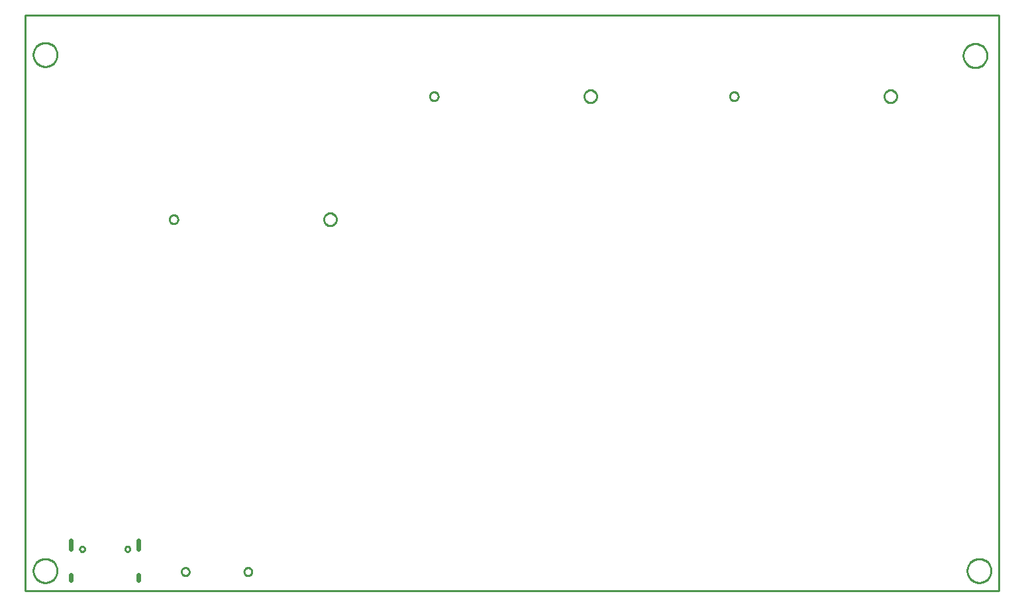
<source format=gko>
G04 EAGLE Gerber RS-274X export*
G75*
%MOMM*%
%FSLAX34Y34*%
%LPD*%
%IN*%
%IPPOS*%
%AMOC8*
5,1,8,0,0,1.08239X$1,22.5*%
G01*
%ADD10C,0.203200*%
%ADD11C,0.000000*%
%ADD12C,0.600000*%
%ADD13C,0.254000*%


D10*
X1244600Y0D02*
X0Y0D01*
X0Y736600D02*
X1244600Y736600D01*
X1244600Y0D01*
X0Y0D02*
X0Y736600D01*
D11*
X10160Y685800D02*
X10165Y686174D01*
X10178Y686548D01*
X10201Y686921D01*
X10233Y687294D01*
X10275Y687666D01*
X10325Y688036D01*
X10384Y688405D01*
X10453Y688773D01*
X10530Y689139D01*
X10617Y689503D01*
X10712Y689865D01*
X10816Y690224D01*
X10929Y690581D01*
X11051Y690934D01*
X11181Y691285D01*
X11320Y691632D01*
X11467Y691976D01*
X11623Y692316D01*
X11787Y692652D01*
X11960Y692984D01*
X12140Y693312D01*
X12328Y693635D01*
X12524Y693953D01*
X12728Y694267D01*
X12940Y694575D01*
X13159Y694878D01*
X13386Y695176D01*
X13619Y695468D01*
X13860Y695754D01*
X14108Y696035D01*
X14362Y696309D01*
X14624Y696576D01*
X14891Y696838D01*
X15165Y697092D01*
X15446Y697340D01*
X15732Y697581D01*
X16024Y697814D01*
X16322Y698041D01*
X16625Y698260D01*
X16933Y698472D01*
X17247Y698676D01*
X17565Y698872D01*
X17888Y699060D01*
X18216Y699240D01*
X18548Y699413D01*
X18884Y699577D01*
X19224Y699733D01*
X19568Y699880D01*
X19915Y700019D01*
X20266Y700149D01*
X20619Y700271D01*
X20976Y700384D01*
X21335Y700488D01*
X21697Y700583D01*
X22061Y700670D01*
X22427Y700747D01*
X22795Y700816D01*
X23164Y700875D01*
X23534Y700925D01*
X23906Y700967D01*
X24279Y700999D01*
X24652Y701022D01*
X25026Y701035D01*
X25400Y701040D01*
X25774Y701035D01*
X26148Y701022D01*
X26521Y700999D01*
X26894Y700967D01*
X27266Y700925D01*
X27636Y700875D01*
X28005Y700816D01*
X28373Y700747D01*
X28739Y700670D01*
X29103Y700583D01*
X29465Y700488D01*
X29824Y700384D01*
X30181Y700271D01*
X30534Y700149D01*
X30885Y700019D01*
X31232Y699880D01*
X31576Y699733D01*
X31916Y699577D01*
X32252Y699413D01*
X32584Y699240D01*
X32912Y699060D01*
X33235Y698872D01*
X33553Y698676D01*
X33867Y698472D01*
X34175Y698260D01*
X34478Y698041D01*
X34776Y697814D01*
X35068Y697581D01*
X35354Y697340D01*
X35635Y697092D01*
X35909Y696838D01*
X36176Y696576D01*
X36438Y696309D01*
X36692Y696035D01*
X36940Y695754D01*
X37181Y695468D01*
X37414Y695176D01*
X37641Y694878D01*
X37860Y694575D01*
X38072Y694267D01*
X38276Y693953D01*
X38472Y693635D01*
X38660Y693312D01*
X38840Y692984D01*
X39013Y692652D01*
X39177Y692316D01*
X39333Y691976D01*
X39480Y691632D01*
X39619Y691285D01*
X39749Y690934D01*
X39871Y690581D01*
X39984Y690224D01*
X40088Y689865D01*
X40183Y689503D01*
X40270Y689139D01*
X40347Y688773D01*
X40416Y688405D01*
X40475Y688036D01*
X40525Y687666D01*
X40567Y687294D01*
X40599Y686921D01*
X40622Y686548D01*
X40635Y686174D01*
X40640Y685800D01*
X40635Y685426D01*
X40622Y685052D01*
X40599Y684679D01*
X40567Y684306D01*
X40525Y683934D01*
X40475Y683564D01*
X40416Y683195D01*
X40347Y682827D01*
X40270Y682461D01*
X40183Y682097D01*
X40088Y681735D01*
X39984Y681376D01*
X39871Y681019D01*
X39749Y680666D01*
X39619Y680315D01*
X39480Y679968D01*
X39333Y679624D01*
X39177Y679284D01*
X39013Y678948D01*
X38840Y678616D01*
X38660Y678288D01*
X38472Y677965D01*
X38276Y677647D01*
X38072Y677333D01*
X37860Y677025D01*
X37641Y676722D01*
X37414Y676424D01*
X37181Y676132D01*
X36940Y675846D01*
X36692Y675565D01*
X36438Y675291D01*
X36176Y675024D01*
X35909Y674762D01*
X35635Y674508D01*
X35354Y674260D01*
X35068Y674019D01*
X34776Y673786D01*
X34478Y673559D01*
X34175Y673340D01*
X33867Y673128D01*
X33553Y672924D01*
X33235Y672728D01*
X32912Y672540D01*
X32584Y672360D01*
X32252Y672187D01*
X31916Y672023D01*
X31576Y671867D01*
X31232Y671720D01*
X30885Y671581D01*
X30534Y671451D01*
X30181Y671329D01*
X29824Y671216D01*
X29465Y671112D01*
X29103Y671017D01*
X28739Y670930D01*
X28373Y670853D01*
X28005Y670784D01*
X27636Y670725D01*
X27266Y670675D01*
X26894Y670633D01*
X26521Y670601D01*
X26148Y670578D01*
X25774Y670565D01*
X25400Y670560D01*
X25026Y670565D01*
X24652Y670578D01*
X24279Y670601D01*
X23906Y670633D01*
X23534Y670675D01*
X23164Y670725D01*
X22795Y670784D01*
X22427Y670853D01*
X22061Y670930D01*
X21697Y671017D01*
X21335Y671112D01*
X20976Y671216D01*
X20619Y671329D01*
X20266Y671451D01*
X19915Y671581D01*
X19568Y671720D01*
X19224Y671867D01*
X18884Y672023D01*
X18548Y672187D01*
X18216Y672360D01*
X17888Y672540D01*
X17565Y672728D01*
X17247Y672924D01*
X16933Y673128D01*
X16625Y673340D01*
X16322Y673559D01*
X16024Y673786D01*
X15732Y674019D01*
X15446Y674260D01*
X15165Y674508D01*
X14891Y674762D01*
X14624Y675024D01*
X14362Y675291D01*
X14108Y675565D01*
X13860Y675846D01*
X13619Y676132D01*
X13386Y676424D01*
X13159Y676722D01*
X12940Y677025D01*
X12728Y677333D01*
X12524Y677647D01*
X12328Y677965D01*
X12140Y678288D01*
X11960Y678616D01*
X11787Y678948D01*
X11623Y679284D01*
X11467Y679624D01*
X11320Y679968D01*
X11181Y680315D01*
X11051Y680666D01*
X10929Y681019D01*
X10816Y681376D01*
X10712Y681735D01*
X10617Y682097D01*
X10530Y682461D01*
X10453Y682827D01*
X10384Y683195D01*
X10325Y683564D01*
X10275Y683934D01*
X10233Y684306D01*
X10201Y684679D01*
X10178Y685052D01*
X10165Y685426D01*
X10160Y685800D01*
X1198880Y684530D02*
X1198885Y684904D01*
X1198898Y685278D01*
X1198921Y685651D01*
X1198953Y686024D01*
X1198995Y686396D01*
X1199045Y686766D01*
X1199104Y687135D01*
X1199173Y687503D01*
X1199250Y687869D01*
X1199337Y688233D01*
X1199432Y688595D01*
X1199536Y688954D01*
X1199649Y689311D01*
X1199771Y689664D01*
X1199901Y690015D01*
X1200040Y690362D01*
X1200187Y690706D01*
X1200343Y691046D01*
X1200507Y691382D01*
X1200680Y691714D01*
X1200860Y692042D01*
X1201048Y692365D01*
X1201244Y692683D01*
X1201448Y692997D01*
X1201660Y693305D01*
X1201879Y693608D01*
X1202106Y693906D01*
X1202339Y694198D01*
X1202580Y694484D01*
X1202828Y694765D01*
X1203082Y695039D01*
X1203344Y695306D01*
X1203611Y695568D01*
X1203885Y695822D01*
X1204166Y696070D01*
X1204452Y696311D01*
X1204744Y696544D01*
X1205042Y696771D01*
X1205345Y696990D01*
X1205653Y697202D01*
X1205967Y697406D01*
X1206285Y697602D01*
X1206608Y697790D01*
X1206936Y697970D01*
X1207268Y698143D01*
X1207604Y698307D01*
X1207944Y698463D01*
X1208288Y698610D01*
X1208635Y698749D01*
X1208986Y698879D01*
X1209339Y699001D01*
X1209696Y699114D01*
X1210055Y699218D01*
X1210417Y699313D01*
X1210781Y699400D01*
X1211147Y699477D01*
X1211515Y699546D01*
X1211884Y699605D01*
X1212254Y699655D01*
X1212626Y699697D01*
X1212999Y699729D01*
X1213372Y699752D01*
X1213746Y699765D01*
X1214120Y699770D01*
X1214494Y699765D01*
X1214868Y699752D01*
X1215241Y699729D01*
X1215614Y699697D01*
X1215986Y699655D01*
X1216356Y699605D01*
X1216725Y699546D01*
X1217093Y699477D01*
X1217459Y699400D01*
X1217823Y699313D01*
X1218185Y699218D01*
X1218544Y699114D01*
X1218901Y699001D01*
X1219254Y698879D01*
X1219605Y698749D01*
X1219952Y698610D01*
X1220296Y698463D01*
X1220636Y698307D01*
X1220972Y698143D01*
X1221304Y697970D01*
X1221632Y697790D01*
X1221955Y697602D01*
X1222273Y697406D01*
X1222587Y697202D01*
X1222895Y696990D01*
X1223198Y696771D01*
X1223496Y696544D01*
X1223788Y696311D01*
X1224074Y696070D01*
X1224355Y695822D01*
X1224629Y695568D01*
X1224896Y695306D01*
X1225158Y695039D01*
X1225412Y694765D01*
X1225660Y694484D01*
X1225901Y694198D01*
X1226134Y693906D01*
X1226361Y693608D01*
X1226580Y693305D01*
X1226792Y692997D01*
X1226996Y692683D01*
X1227192Y692365D01*
X1227380Y692042D01*
X1227560Y691714D01*
X1227733Y691382D01*
X1227897Y691046D01*
X1228053Y690706D01*
X1228200Y690362D01*
X1228339Y690015D01*
X1228469Y689664D01*
X1228591Y689311D01*
X1228704Y688954D01*
X1228808Y688595D01*
X1228903Y688233D01*
X1228990Y687869D01*
X1229067Y687503D01*
X1229136Y687135D01*
X1229195Y686766D01*
X1229245Y686396D01*
X1229287Y686024D01*
X1229319Y685651D01*
X1229342Y685278D01*
X1229355Y684904D01*
X1229360Y684530D01*
X1229355Y684156D01*
X1229342Y683782D01*
X1229319Y683409D01*
X1229287Y683036D01*
X1229245Y682664D01*
X1229195Y682294D01*
X1229136Y681925D01*
X1229067Y681557D01*
X1228990Y681191D01*
X1228903Y680827D01*
X1228808Y680465D01*
X1228704Y680106D01*
X1228591Y679749D01*
X1228469Y679396D01*
X1228339Y679045D01*
X1228200Y678698D01*
X1228053Y678354D01*
X1227897Y678014D01*
X1227733Y677678D01*
X1227560Y677346D01*
X1227380Y677018D01*
X1227192Y676695D01*
X1226996Y676377D01*
X1226792Y676063D01*
X1226580Y675755D01*
X1226361Y675452D01*
X1226134Y675154D01*
X1225901Y674862D01*
X1225660Y674576D01*
X1225412Y674295D01*
X1225158Y674021D01*
X1224896Y673754D01*
X1224629Y673492D01*
X1224355Y673238D01*
X1224074Y672990D01*
X1223788Y672749D01*
X1223496Y672516D01*
X1223198Y672289D01*
X1222895Y672070D01*
X1222587Y671858D01*
X1222273Y671654D01*
X1221955Y671458D01*
X1221632Y671270D01*
X1221304Y671090D01*
X1220972Y670917D01*
X1220636Y670753D01*
X1220296Y670597D01*
X1219952Y670450D01*
X1219605Y670311D01*
X1219254Y670181D01*
X1218901Y670059D01*
X1218544Y669946D01*
X1218185Y669842D01*
X1217823Y669747D01*
X1217459Y669660D01*
X1217093Y669583D01*
X1216725Y669514D01*
X1216356Y669455D01*
X1215986Y669405D01*
X1215614Y669363D01*
X1215241Y669331D01*
X1214868Y669308D01*
X1214494Y669295D01*
X1214120Y669290D01*
X1213746Y669295D01*
X1213372Y669308D01*
X1212999Y669331D01*
X1212626Y669363D01*
X1212254Y669405D01*
X1211884Y669455D01*
X1211515Y669514D01*
X1211147Y669583D01*
X1210781Y669660D01*
X1210417Y669747D01*
X1210055Y669842D01*
X1209696Y669946D01*
X1209339Y670059D01*
X1208986Y670181D01*
X1208635Y670311D01*
X1208288Y670450D01*
X1207944Y670597D01*
X1207604Y670753D01*
X1207268Y670917D01*
X1206936Y671090D01*
X1206608Y671270D01*
X1206285Y671458D01*
X1205967Y671654D01*
X1205653Y671858D01*
X1205345Y672070D01*
X1205042Y672289D01*
X1204744Y672516D01*
X1204452Y672749D01*
X1204166Y672990D01*
X1203885Y673238D01*
X1203611Y673492D01*
X1203344Y673754D01*
X1203082Y674021D01*
X1202828Y674295D01*
X1202580Y674576D01*
X1202339Y674862D01*
X1202106Y675154D01*
X1201879Y675452D01*
X1201660Y675755D01*
X1201448Y676063D01*
X1201244Y676377D01*
X1201048Y676695D01*
X1200860Y677018D01*
X1200680Y677346D01*
X1200507Y677678D01*
X1200343Y678014D01*
X1200187Y678354D01*
X1200040Y678698D01*
X1199901Y679045D01*
X1199771Y679396D01*
X1199649Y679749D01*
X1199536Y680106D01*
X1199432Y680465D01*
X1199337Y680827D01*
X1199250Y681191D01*
X1199173Y681557D01*
X1199104Y681925D01*
X1199045Y682294D01*
X1198995Y682664D01*
X1198953Y683036D01*
X1198921Y683409D01*
X1198898Y683782D01*
X1198885Y684156D01*
X1198880Y684530D01*
X1203960Y25400D02*
X1203965Y25774D01*
X1203978Y26148D01*
X1204001Y26521D01*
X1204033Y26894D01*
X1204075Y27266D01*
X1204125Y27636D01*
X1204184Y28005D01*
X1204253Y28373D01*
X1204330Y28739D01*
X1204417Y29103D01*
X1204512Y29465D01*
X1204616Y29824D01*
X1204729Y30181D01*
X1204851Y30534D01*
X1204981Y30885D01*
X1205120Y31232D01*
X1205267Y31576D01*
X1205423Y31916D01*
X1205587Y32252D01*
X1205760Y32584D01*
X1205940Y32912D01*
X1206128Y33235D01*
X1206324Y33553D01*
X1206528Y33867D01*
X1206740Y34175D01*
X1206959Y34478D01*
X1207186Y34776D01*
X1207419Y35068D01*
X1207660Y35354D01*
X1207908Y35635D01*
X1208162Y35909D01*
X1208424Y36176D01*
X1208691Y36438D01*
X1208965Y36692D01*
X1209246Y36940D01*
X1209532Y37181D01*
X1209824Y37414D01*
X1210122Y37641D01*
X1210425Y37860D01*
X1210733Y38072D01*
X1211047Y38276D01*
X1211365Y38472D01*
X1211688Y38660D01*
X1212016Y38840D01*
X1212348Y39013D01*
X1212684Y39177D01*
X1213024Y39333D01*
X1213368Y39480D01*
X1213715Y39619D01*
X1214066Y39749D01*
X1214419Y39871D01*
X1214776Y39984D01*
X1215135Y40088D01*
X1215497Y40183D01*
X1215861Y40270D01*
X1216227Y40347D01*
X1216595Y40416D01*
X1216964Y40475D01*
X1217334Y40525D01*
X1217706Y40567D01*
X1218079Y40599D01*
X1218452Y40622D01*
X1218826Y40635D01*
X1219200Y40640D01*
X1219574Y40635D01*
X1219948Y40622D01*
X1220321Y40599D01*
X1220694Y40567D01*
X1221066Y40525D01*
X1221436Y40475D01*
X1221805Y40416D01*
X1222173Y40347D01*
X1222539Y40270D01*
X1222903Y40183D01*
X1223265Y40088D01*
X1223624Y39984D01*
X1223981Y39871D01*
X1224334Y39749D01*
X1224685Y39619D01*
X1225032Y39480D01*
X1225376Y39333D01*
X1225716Y39177D01*
X1226052Y39013D01*
X1226384Y38840D01*
X1226712Y38660D01*
X1227035Y38472D01*
X1227353Y38276D01*
X1227667Y38072D01*
X1227975Y37860D01*
X1228278Y37641D01*
X1228576Y37414D01*
X1228868Y37181D01*
X1229154Y36940D01*
X1229435Y36692D01*
X1229709Y36438D01*
X1229976Y36176D01*
X1230238Y35909D01*
X1230492Y35635D01*
X1230740Y35354D01*
X1230981Y35068D01*
X1231214Y34776D01*
X1231441Y34478D01*
X1231660Y34175D01*
X1231872Y33867D01*
X1232076Y33553D01*
X1232272Y33235D01*
X1232460Y32912D01*
X1232640Y32584D01*
X1232813Y32252D01*
X1232977Y31916D01*
X1233133Y31576D01*
X1233280Y31232D01*
X1233419Y30885D01*
X1233549Y30534D01*
X1233671Y30181D01*
X1233784Y29824D01*
X1233888Y29465D01*
X1233983Y29103D01*
X1234070Y28739D01*
X1234147Y28373D01*
X1234216Y28005D01*
X1234275Y27636D01*
X1234325Y27266D01*
X1234367Y26894D01*
X1234399Y26521D01*
X1234422Y26148D01*
X1234435Y25774D01*
X1234440Y25400D01*
X1234435Y25026D01*
X1234422Y24652D01*
X1234399Y24279D01*
X1234367Y23906D01*
X1234325Y23534D01*
X1234275Y23164D01*
X1234216Y22795D01*
X1234147Y22427D01*
X1234070Y22061D01*
X1233983Y21697D01*
X1233888Y21335D01*
X1233784Y20976D01*
X1233671Y20619D01*
X1233549Y20266D01*
X1233419Y19915D01*
X1233280Y19568D01*
X1233133Y19224D01*
X1232977Y18884D01*
X1232813Y18548D01*
X1232640Y18216D01*
X1232460Y17888D01*
X1232272Y17565D01*
X1232076Y17247D01*
X1231872Y16933D01*
X1231660Y16625D01*
X1231441Y16322D01*
X1231214Y16024D01*
X1230981Y15732D01*
X1230740Y15446D01*
X1230492Y15165D01*
X1230238Y14891D01*
X1229976Y14624D01*
X1229709Y14362D01*
X1229435Y14108D01*
X1229154Y13860D01*
X1228868Y13619D01*
X1228576Y13386D01*
X1228278Y13159D01*
X1227975Y12940D01*
X1227667Y12728D01*
X1227353Y12524D01*
X1227035Y12328D01*
X1226712Y12140D01*
X1226384Y11960D01*
X1226052Y11787D01*
X1225716Y11623D01*
X1225376Y11467D01*
X1225032Y11320D01*
X1224685Y11181D01*
X1224334Y11051D01*
X1223981Y10929D01*
X1223624Y10816D01*
X1223265Y10712D01*
X1222903Y10617D01*
X1222539Y10530D01*
X1222173Y10453D01*
X1221805Y10384D01*
X1221436Y10325D01*
X1221066Y10275D01*
X1220694Y10233D01*
X1220321Y10201D01*
X1219948Y10178D01*
X1219574Y10165D01*
X1219200Y10160D01*
X1218826Y10165D01*
X1218452Y10178D01*
X1218079Y10201D01*
X1217706Y10233D01*
X1217334Y10275D01*
X1216964Y10325D01*
X1216595Y10384D01*
X1216227Y10453D01*
X1215861Y10530D01*
X1215497Y10617D01*
X1215135Y10712D01*
X1214776Y10816D01*
X1214419Y10929D01*
X1214066Y11051D01*
X1213715Y11181D01*
X1213368Y11320D01*
X1213024Y11467D01*
X1212684Y11623D01*
X1212348Y11787D01*
X1212016Y11960D01*
X1211688Y12140D01*
X1211365Y12328D01*
X1211047Y12524D01*
X1210733Y12728D01*
X1210425Y12940D01*
X1210122Y13159D01*
X1209824Y13386D01*
X1209532Y13619D01*
X1209246Y13860D01*
X1208965Y14108D01*
X1208691Y14362D01*
X1208424Y14624D01*
X1208162Y14891D01*
X1207908Y15165D01*
X1207660Y15446D01*
X1207419Y15732D01*
X1207186Y16024D01*
X1206959Y16322D01*
X1206740Y16625D01*
X1206528Y16933D01*
X1206324Y17247D01*
X1206128Y17565D01*
X1205940Y17888D01*
X1205760Y18216D01*
X1205587Y18548D01*
X1205423Y18884D01*
X1205267Y19224D01*
X1205120Y19568D01*
X1204981Y19915D01*
X1204851Y20266D01*
X1204729Y20619D01*
X1204616Y20976D01*
X1204512Y21335D01*
X1204417Y21697D01*
X1204330Y22061D01*
X1204253Y22427D01*
X1204184Y22795D01*
X1204125Y23164D01*
X1204075Y23534D01*
X1204033Y23906D01*
X1204001Y24279D01*
X1203978Y24652D01*
X1203965Y25026D01*
X1203960Y25400D01*
X10160Y25400D02*
X10165Y25774D01*
X10178Y26148D01*
X10201Y26521D01*
X10233Y26894D01*
X10275Y27266D01*
X10325Y27636D01*
X10384Y28005D01*
X10453Y28373D01*
X10530Y28739D01*
X10617Y29103D01*
X10712Y29465D01*
X10816Y29824D01*
X10929Y30181D01*
X11051Y30534D01*
X11181Y30885D01*
X11320Y31232D01*
X11467Y31576D01*
X11623Y31916D01*
X11787Y32252D01*
X11960Y32584D01*
X12140Y32912D01*
X12328Y33235D01*
X12524Y33553D01*
X12728Y33867D01*
X12940Y34175D01*
X13159Y34478D01*
X13386Y34776D01*
X13619Y35068D01*
X13860Y35354D01*
X14108Y35635D01*
X14362Y35909D01*
X14624Y36176D01*
X14891Y36438D01*
X15165Y36692D01*
X15446Y36940D01*
X15732Y37181D01*
X16024Y37414D01*
X16322Y37641D01*
X16625Y37860D01*
X16933Y38072D01*
X17247Y38276D01*
X17565Y38472D01*
X17888Y38660D01*
X18216Y38840D01*
X18548Y39013D01*
X18884Y39177D01*
X19224Y39333D01*
X19568Y39480D01*
X19915Y39619D01*
X20266Y39749D01*
X20619Y39871D01*
X20976Y39984D01*
X21335Y40088D01*
X21697Y40183D01*
X22061Y40270D01*
X22427Y40347D01*
X22795Y40416D01*
X23164Y40475D01*
X23534Y40525D01*
X23906Y40567D01*
X24279Y40599D01*
X24652Y40622D01*
X25026Y40635D01*
X25400Y40640D01*
X25774Y40635D01*
X26148Y40622D01*
X26521Y40599D01*
X26894Y40567D01*
X27266Y40525D01*
X27636Y40475D01*
X28005Y40416D01*
X28373Y40347D01*
X28739Y40270D01*
X29103Y40183D01*
X29465Y40088D01*
X29824Y39984D01*
X30181Y39871D01*
X30534Y39749D01*
X30885Y39619D01*
X31232Y39480D01*
X31576Y39333D01*
X31916Y39177D01*
X32252Y39013D01*
X32584Y38840D01*
X32912Y38660D01*
X33235Y38472D01*
X33553Y38276D01*
X33867Y38072D01*
X34175Y37860D01*
X34478Y37641D01*
X34776Y37414D01*
X35068Y37181D01*
X35354Y36940D01*
X35635Y36692D01*
X35909Y36438D01*
X36176Y36176D01*
X36438Y35909D01*
X36692Y35635D01*
X36940Y35354D01*
X37181Y35068D01*
X37414Y34776D01*
X37641Y34478D01*
X37860Y34175D01*
X38072Y33867D01*
X38276Y33553D01*
X38472Y33235D01*
X38660Y32912D01*
X38840Y32584D01*
X39013Y32252D01*
X39177Y31916D01*
X39333Y31576D01*
X39480Y31232D01*
X39619Y30885D01*
X39749Y30534D01*
X39871Y30181D01*
X39984Y29824D01*
X40088Y29465D01*
X40183Y29103D01*
X40270Y28739D01*
X40347Y28373D01*
X40416Y28005D01*
X40475Y27636D01*
X40525Y27266D01*
X40567Y26894D01*
X40599Y26521D01*
X40622Y26148D01*
X40635Y25774D01*
X40640Y25400D01*
X40635Y25026D01*
X40622Y24652D01*
X40599Y24279D01*
X40567Y23906D01*
X40525Y23534D01*
X40475Y23164D01*
X40416Y22795D01*
X40347Y22427D01*
X40270Y22061D01*
X40183Y21697D01*
X40088Y21335D01*
X39984Y20976D01*
X39871Y20619D01*
X39749Y20266D01*
X39619Y19915D01*
X39480Y19568D01*
X39333Y19224D01*
X39177Y18884D01*
X39013Y18548D01*
X38840Y18216D01*
X38660Y17888D01*
X38472Y17565D01*
X38276Y17247D01*
X38072Y16933D01*
X37860Y16625D01*
X37641Y16322D01*
X37414Y16024D01*
X37181Y15732D01*
X36940Y15446D01*
X36692Y15165D01*
X36438Y14891D01*
X36176Y14624D01*
X35909Y14362D01*
X35635Y14108D01*
X35354Y13860D01*
X35068Y13619D01*
X34776Y13386D01*
X34478Y13159D01*
X34175Y12940D01*
X33867Y12728D01*
X33553Y12524D01*
X33235Y12328D01*
X32912Y12140D01*
X32584Y11960D01*
X32252Y11787D01*
X31916Y11623D01*
X31576Y11467D01*
X31232Y11320D01*
X30885Y11181D01*
X30534Y11051D01*
X30181Y10929D01*
X29824Y10816D01*
X29465Y10712D01*
X29103Y10617D01*
X28739Y10530D01*
X28373Y10453D01*
X28005Y10384D01*
X27636Y10325D01*
X27266Y10275D01*
X26894Y10233D01*
X26521Y10201D01*
X26148Y10178D01*
X25774Y10165D01*
X25400Y10160D01*
X25026Y10165D01*
X24652Y10178D01*
X24279Y10201D01*
X23906Y10233D01*
X23534Y10275D01*
X23164Y10325D01*
X22795Y10384D01*
X22427Y10453D01*
X22061Y10530D01*
X21697Y10617D01*
X21335Y10712D01*
X20976Y10816D01*
X20619Y10929D01*
X20266Y11051D01*
X19915Y11181D01*
X19568Y11320D01*
X19224Y11467D01*
X18884Y11623D01*
X18548Y11787D01*
X18216Y11960D01*
X17888Y12140D01*
X17565Y12328D01*
X17247Y12524D01*
X16933Y12728D01*
X16625Y12940D01*
X16322Y13159D01*
X16024Y13386D01*
X15732Y13619D01*
X15446Y13860D01*
X15165Y14108D01*
X14891Y14362D01*
X14624Y14624D01*
X14362Y14891D01*
X14108Y15165D01*
X13860Y15446D01*
X13619Y15732D01*
X13386Y16024D01*
X13159Y16322D01*
X12940Y16625D01*
X12728Y16933D01*
X12524Y17247D01*
X12328Y17565D01*
X12140Y17888D01*
X11960Y18216D01*
X11787Y18548D01*
X11623Y18884D01*
X11467Y19224D01*
X11320Y19568D01*
X11181Y19915D01*
X11051Y20266D01*
X10929Y20619D01*
X10816Y20976D01*
X10712Y21335D01*
X10617Y21697D01*
X10530Y22061D01*
X10453Y22427D01*
X10384Y22795D01*
X10325Y23164D01*
X10275Y23534D01*
X10233Y23906D01*
X10201Y24279D01*
X10178Y24652D01*
X10165Y25026D01*
X10160Y25400D01*
X184060Y474980D02*
X184062Y475128D01*
X184068Y475276D01*
X184078Y475424D01*
X184092Y475572D01*
X184110Y475719D01*
X184132Y475866D01*
X184158Y476012D01*
X184187Y476157D01*
X184221Y476302D01*
X184259Y476445D01*
X184300Y476588D01*
X184345Y476729D01*
X184395Y476869D01*
X184447Y477007D01*
X184504Y477145D01*
X184564Y477280D01*
X184628Y477414D01*
X184695Y477546D01*
X184766Y477676D01*
X184841Y477805D01*
X184919Y477931D01*
X185000Y478055D01*
X185084Y478177D01*
X185172Y478296D01*
X185263Y478413D01*
X185357Y478528D01*
X185455Y478640D01*
X185555Y478749D01*
X185658Y478856D01*
X185764Y478960D01*
X185872Y479061D01*
X185984Y479159D01*
X186098Y479254D01*
X186214Y479345D01*
X186333Y479434D01*
X186454Y479519D01*
X186578Y479601D01*
X186704Y479680D01*
X186831Y479755D01*
X186961Y479827D01*
X187093Y479896D01*
X187226Y479960D01*
X187361Y480021D01*
X187498Y480079D01*
X187636Y480133D01*
X187776Y480183D01*
X187917Y480229D01*
X188059Y480271D01*
X188202Y480310D01*
X188346Y480344D01*
X188492Y480375D01*
X188637Y480402D01*
X188784Y480425D01*
X188931Y480444D01*
X189079Y480459D01*
X189226Y480470D01*
X189375Y480477D01*
X189523Y480480D01*
X189671Y480479D01*
X189819Y480474D01*
X189967Y480465D01*
X190115Y480452D01*
X190263Y480435D01*
X190409Y480414D01*
X190556Y480389D01*
X190701Y480360D01*
X190846Y480328D01*
X190989Y480291D01*
X191132Y480251D01*
X191274Y480206D01*
X191414Y480158D01*
X191553Y480106D01*
X191690Y480051D01*
X191826Y479991D01*
X191961Y479928D01*
X192093Y479862D01*
X192224Y479792D01*
X192353Y479718D01*
X192479Y479641D01*
X192604Y479561D01*
X192726Y479477D01*
X192847Y479390D01*
X192964Y479300D01*
X193080Y479206D01*
X193192Y479110D01*
X193302Y479011D01*
X193410Y478908D01*
X193514Y478803D01*
X193616Y478695D01*
X193714Y478584D01*
X193810Y478471D01*
X193903Y478355D01*
X193992Y478237D01*
X194078Y478116D01*
X194161Y477993D01*
X194241Y477868D01*
X194317Y477741D01*
X194390Y477611D01*
X194459Y477480D01*
X194524Y477347D01*
X194587Y477213D01*
X194645Y477076D01*
X194700Y476938D01*
X194750Y476799D01*
X194798Y476658D01*
X194841Y476517D01*
X194881Y476374D01*
X194916Y476230D01*
X194948Y476085D01*
X194976Y475939D01*
X195000Y475793D01*
X195020Y475646D01*
X195036Y475498D01*
X195048Y475351D01*
X195056Y475202D01*
X195060Y475054D01*
X195060Y474906D01*
X195056Y474758D01*
X195048Y474609D01*
X195036Y474462D01*
X195020Y474314D01*
X195000Y474167D01*
X194976Y474021D01*
X194948Y473875D01*
X194916Y473730D01*
X194881Y473586D01*
X194841Y473443D01*
X194798Y473302D01*
X194750Y473161D01*
X194700Y473022D01*
X194645Y472884D01*
X194587Y472747D01*
X194524Y472613D01*
X194459Y472480D01*
X194390Y472349D01*
X194317Y472219D01*
X194241Y472092D01*
X194161Y471967D01*
X194078Y471844D01*
X193992Y471723D01*
X193903Y471605D01*
X193810Y471489D01*
X193714Y471376D01*
X193616Y471265D01*
X193514Y471157D01*
X193410Y471052D01*
X193302Y470949D01*
X193192Y470850D01*
X193080Y470754D01*
X192964Y470660D01*
X192847Y470570D01*
X192726Y470483D01*
X192604Y470399D01*
X192479Y470319D01*
X192353Y470242D01*
X192224Y470168D01*
X192093Y470098D01*
X191961Y470032D01*
X191826Y469969D01*
X191690Y469909D01*
X191553Y469854D01*
X191414Y469802D01*
X191274Y469754D01*
X191132Y469709D01*
X190989Y469669D01*
X190846Y469632D01*
X190701Y469600D01*
X190556Y469571D01*
X190409Y469546D01*
X190263Y469525D01*
X190115Y469508D01*
X189967Y469495D01*
X189819Y469486D01*
X189671Y469481D01*
X189523Y469480D01*
X189375Y469483D01*
X189226Y469490D01*
X189079Y469501D01*
X188931Y469516D01*
X188784Y469535D01*
X188637Y469558D01*
X188492Y469585D01*
X188346Y469616D01*
X188202Y469650D01*
X188059Y469689D01*
X187917Y469731D01*
X187776Y469777D01*
X187636Y469827D01*
X187498Y469881D01*
X187361Y469939D01*
X187226Y470000D01*
X187093Y470064D01*
X186961Y470133D01*
X186831Y470205D01*
X186704Y470280D01*
X186578Y470359D01*
X186454Y470441D01*
X186333Y470526D01*
X186214Y470615D01*
X186098Y470706D01*
X185984Y470801D01*
X185872Y470899D01*
X185764Y471000D01*
X185658Y471104D01*
X185555Y471211D01*
X185455Y471320D01*
X185357Y471432D01*
X185263Y471547D01*
X185172Y471664D01*
X185084Y471783D01*
X185000Y471905D01*
X184919Y472029D01*
X184841Y472155D01*
X184766Y472284D01*
X184695Y472414D01*
X184628Y472546D01*
X184564Y472680D01*
X184504Y472815D01*
X184447Y472953D01*
X184395Y473091D01*
X184345Y473231D01*
X184300Y473372D01*
X184259Y473515D01*
X184221Y473658D01*
X184187Y473803D01*
X184158Y473948D01*
X184132Y474094D01*
X184110Y474241D01*
X184092Y474388D01*
X184078Y474536D01*
X184068Y474684D01*
X184062Y474832D01*
X184060Y474980D01*
X381560Y474980D02*
X381562Y475176D01*
X381570Y475373D01*
X381582Y475569D01*
X381599Y475764D01*
X381620Y475959D01*
X381647Y476154D01*
X381678Y476348D01*
X381714Y476541D01*
X381754Y476733D01*
X381800Y476924D01*
X381850Y477114D01*
X381904Y477302D01*
X381964Y477489D01*
X382028Y477675D01*
X382096Y477859D01*
X382169Y478041D01*
X382246Y478222D01*
X382328Y478400D01*
X382414Y478577D01*
X382505Y478751D01*
X382599Y478923D01*
X382698Y479093D01*
X382801Y479260D01*
X382908Y479425D01*
X383019Y479586D01*
X383134Y479746D01*
X383253Y479902D01*
X383376Y480055D01*
X383502Y480205D01*
X383632Y480352D01*
X383766Y480496D01*
X383903Y480637D01*
X384044Y480774D01*
X384188Y480908D01*
X384335Y481038D01*
X384485Y481164D01*
X384638Y481287D01*
X384794Y481406D01*
X384954Y481521D01*
X385115Y481632D01*
X385280Y481739D01*
X385447Y481842D01*
X385617Y481941D01*
X385789Y482035D01*
X385963Y482126D01*
X386140Y482212D01*
X386318Y482294D01*
X386499Y482371D01*
X386681Y482444D01*
X386865Y482512D01*
X387051Y482576D01*
X387238Y482636D01*
X387426Y482690D01*
X387616Y482740D01*
X387807Y482786D01*
X387999Y482826D01*
X388192Y482862D01*
X388386Y482893D01*
X388581Y482920D01*
X388776Y482941D01*
X388971Y482958D01*
X389167Y482970D01*
X389364Y482978D01*
X389560Y482980D01*
X389756Y482978D01*
X389953Y482970D01*
X390149Y482958D01*
X390344Y482941D01*
X390539Y482920D01*
X390734Y482893D01*
X390928Y482862D01*
X391121Y482826D01*
X391313Y482786D01*
X391504Y482740D01*
X391694Y482690D01*
X391882Y482636D01*
X392069Y482576D01*
X392255Y482512D01*
X392439Y482444D01*
X392621Y482371D01*
X392802Y482294D01*
X392980Y482212D01*
X393157Y482126D01*
X393331Y482035D01*
X393503Y481941D01*
X393673Y481842D01*
X393840Y481739D01*
X394005Y481632D01*
X394166Y481521D01*
X394326Y481406D01*
X394482Y481287D01*
X394635Y481164D01*
X394785Y481038D01*
X394932Y480908D01*
X395076Y480774D01*
X395217Y480637D01*
X395354Y480496D01*
X395488Y480352D01*
X395618Y480205D01*
X395744Y480055D01*
X395867Y479902D01*
X395986Y479746D01*
X396101Y479586D01*
X396212Y479425D01*
X396319Y479260D01*
X396422Y479093D01*
X396521Y478923D01*
X396615Y478751D01*
X396706Y478577D01*
X396792Y478400D01*
X396874Y478222D01*
X396951Y478041D01*
X397024Y477859D01*
X397092Y477675D01*
X397156Y477489D01*
X397216Y477302D01*
X397270Y477114D01*
X397320Y476924D01*
X397366Y476733D01*
X397406Y476541D01*
X397442Y476348D01*
X397473Y476154D01*
X397500Y475959D01*
X397521Y475764D01*
X397538Y475569D01*
X397550Y475373D01*
X397558Y475176D01*
X397560Y474980D01*
X397558Y474784D01*
X397550Y474587D01*
X397538Y474391D01*
X397521Y474196D01*
X397500Y474001D01*
X397473Y473806D01*
X397442Y473612D01*
X397406Y473419D01*
X397366Y473227D01*
X397320Y473036D01*
X397270Y472846D01*
X397216Y472658D01*
X397156Y472471D01*
X397092Y472285D01*
X397024Y472101D01*
X396951Y471919D01*
X396874Y471738D01*
X396792Y471560D01*
X396706Y471383D01*
X396615Y471209D01*
X396521Y471037D01*
X396422Y470867D01*
X396319Y470700D01*
X396212Y470535D01*
X396101Y470374D01*
X395986Y470214D01*
X395867Y470058D01*
X395744Y469905D01*
X395618Y469755D01*
X395488Y469608D01*
X395354Y469464D01*
X395217Y469323D01*
X395076Y469186D01*
X394932Y469052D01*
X394785Y468922D01*
X394635Y468796D01*
X394482Y468673D01*
X394326Y468554D01*
X394166Y468439D01*
X394005Y468328D01*
X393840Y468221D01*
X393673Y468118D01*
X393503Y468019D01*
X393331Y467925D01*
X393157Y467834D01*
X392980Y467748D01*
X392802Y467666D01*
X392621Y467589D01*
X392439Y467516D01*
X392255Y467448D01*
X392069Y467384D01*
X391882Y467324D01*
X391694Y467270D01*
X391504Y467220D01*
X391313Y467174D01*
X391121Y467134D01*
X390928Y467098D01*
X390734Y467067D01*
X390539Y467040D01*
X390344Y467019D01*
X390149Y467002D01*
X389953Y466990D01*
X389756Y466982D01*
X389560Y466980D01*
X389364Y466982D01*
X389167Y466990D01*
X388971Y467002D01*
X388776Y467019D01*
X388581Y467040D01*
X388386Y467067D01*
X388192Y467098D01*
X387999Y467134D01*
X387807Y467174D01*
X387616Y467220D01*
X387426Y467270D01*
X387238Y467324D01*
X387051Y467384D01*
X386865Y467448D01*
X386681Y467516D01*
X386499Y467589D01*
X386318Y467666D01*
X386140Y467748D01*
X385963Y467834D01*
X385789Y467925D01*
X385617Y468019D01*
X385447Y468118D01*
X385280Y468221D01*
X385115Y468328D01*
X384954Y468439D01*
X384794Y468554D01*
X384638Y468673D01*
X384485Y468796D01*
X384335Y468922D01*
X384188Y469052D01*
X384044Y469186D01*
X383903Y469323D01*
X383766Y469464D01*
X383632Y469608D01*
X383502Y469755D01*
X383376Y469905D01*
X383253Y470058D01*
X383134Y470214D01*
X383019Y470374D01*
X382908Y470535D01*
X382801Y470700D01*
X382698Y470867D01*
X382599Y471037D01*
X382505Y471209D01*
X382414Y471383D01*
X382328Y471560D01*
X382246Y471738D01*
X382169Y471919D01*
X382096Y472101D01*
X382028Y472285D01*
X381964Y472471D01*
X381904Y472658D01*
X381850Y472846D01*
X381800Y473036D01*
X381754Y473227D01*
X381714Y473419D01*
X381678Y473612D01*
X381647Y473806D01*
X381620Y474001D01*
X381599Y474196D01*
X381582Y474391D01*
X381570Y474587D01*
X381562Y474784D01*
X381560Y474980D01*
X69450Y53114D02*
X69452Y53227D01*
X69458Y53341D01*
X69468Y53454D01*
X69482Y53566D01*
X69499Y53678D01*
X69521Y53790D01*
X69547Y53900D01*
X69576Y54010D01*
X69609Y54118D01*
X69646Y54226D01*
X69687Y54331D01*
X69731Y54436D01*
X69779Y54539D01*
X69830Y54640D01*
X69885Y54739D01*
X69944Y54836D01*
X70006Y54931D01*
X70071Y55024D01*
X70139Y55115D01*
X70210Y55203D01*
X70285Y55289D01*
X70362Y55372D01*
X70442Y55452D01*
X70525Y55529D01*
X70611Y55604D01*
X70699Y55675D01*
X70790Y55743D01*
X70883Y55808D01*
X70978Y55870D01*
X71075Y55929D01*
X71174Y55984D01*
X71275Y56035D01*
X71378Y56083D01*
X71483Y56127D01*
X71588Y56168D01*
X71696Y56205D01*
X71804Y56238D01*
X71914Y56267D01*
X72024Y56293D01*
X72136Y56315D01*
X72248Y56332D01*
X72360Y56346D01*
X72473Y56356D01*
X72587Y56362D01*
X72700Y56364D01*
X72813Y56362D01*
X72927Y56356D01*
X73040Y56346D01*
X73152Y56332D01*
X73264Y56315D01*
X73376Y56293D01*
X73486Y56267D01*
X73596Y56238D01*
X73704Y56205D01*
X73812Y56168D01*
X73917Y56127D01*
X74022Y56083D01*
X74125Y56035D01*
X74226Y55984D01*
X74325Y55929D01*
X74422Y55870D01*
X74517Y55808D01*
X74610Y55743D01*
X74701Y55675D01*
X74789Y55604D01*
X74875Y55529D01*
X74958Y55452D01*
X75038Y55372D01*
X75115Y55289D01*
X75190Y55203D01*
X75261Y55115D01*
X75329Y55024D01*
X75394Y54931D01*
X75456Y54836D01*
X75515Y54739D01*
X75570Y54640D01*
X75621Y54539D01*
X75669Y54436D01*
X75713Y54331D01*
X75754Y54226D01*
X75791Y54118D01*
X75824Y54010D01*
X75853Y53900D01*
X75879Y53790D01*
X75901Y53678D01*
X75918Y53566D01*
X75932Y53454D01*
X75942Y53341D01*
X75948Y53227D01*
X75950Y53114D01*
X75948Y53001D01*
X75942Y52887D01*
X75932Y52774D01*
X75918Y52662D01*
X75901Y52550D01*
X75879Y52438D01*
X75853Y52328D01*
X75824Y52218D01*
X75791Y52110D01*
X75754Y52002D01*
X75713Y51897D01*
X75669Y51792D01*
X75621Y51689D01*
X75570Y51588D01*
X75515Y51489D01*
X75456Y51392D01*
X75394Y51297D01*
X75329Y51204D01*
X75261Y51113D01*
X75190Y51025D01*
X75115Y50939D01*
X75038Y50856D01*
X74958Y50776D01*
X74875Y50699D01*
X74789Y50624D01*
X74701Y50553D01*
X74610Y50485D01*
X74517Y50420D01*
X74422Y50358D01*
X74325Y50299D01*
X74226Y50244D01*
X74125Y50193D01*
X74022Y50145D01*
X73917Y50101D01*
X73812Y50060D01*
X73704Y50023D01*
X73596Y49990D01*
X73486Y49961D01*
X73376Y49935D01*
X73264Y49913D01*
X73152Y49896D01*
X73040Y49882D01*
X72927Y49872D01*
X72813Y49866D01*
X72700Y49864D01*
X72587Y49866D01*
X72473Y49872D01*
X72360Y49882D01*
X72248Y49896D01*
X72136Y49913D01*
X72024Y49935D01*
X71914Y49961D01*
X71804Y49990D01*
X71696Y50023D01*
X71588Y50060D01*
X71483Y50101D01*
X71378Y50145D01*
X71275Y50193D01*
X71174Y50244D01*
X71075Y50299D01*
X70978Y50358D01*
X70883Y50420D01*
X70790Y50485D01*
X70699Y50553D01*
X70611Y50624D01*
X70525Y50699D01*
X70442Y50776D01*
X70362Y50856D01*
X70285Y50939D01*
X70210Y51025D01*
X70139Y51113D01*
X70071Y51204D01*
X70006Y51297D01*
X69944Y51392D01*
X69885Y51489D01*
X69830Y51588D01*
X69779Y51689D01*
X69731Y51792D01*
X69687Y51897D01*
X69646Y52002D01*
X69609Y52110D01*
X69576Y52218D01*
X69547Y52328D01*
X69521Y52438D01*
X69499Y52550D01*
X69482Y52662D01*
X69468Y52774D01*
X69458Y52887D01*
X69452Y53001D01*
X69450Y53114D01*
X127250Y53114D02*
X127252Y53227D01*
X127258Y53341D01*
X127268Y53454D01*
X127282Y53566D01*
X127299Y53678D01*
X127321Y53790D01*
X127347Y53900D01*
X127376Y54010D01*
X127409Y54118D01*
X127446Y54226D01*
X127487Y54331D01*
X127531Y54436D01*
X127579Y54539D01*
X127630Y54640D01*
X127685Y54739D01*
X127744Y54836D01*
X127806Y54931D01*
X127871Y55024D01*
X127939Y55115D01*
X128010Y55203D01*
X128085Y55289D01*
X128162Y55372D01*
X128242Y55452D01*
X128325Y55529D01*
X128411Y55604D01*
X128499Y55675D01*
X128590Y55743D01*
X128683Y55808D01*
X128778Y55870D01*
X128875Y55929D01*
X128974Y55984D01*
X129075Y56035D01*
X129178Y56083D01*
X129283Y56127D01*
X129388Y56168D01*
X129496Y56205D01*
X129604Y56238D01*
X129714Y56267D01*
X129824Y56293D01*
X129936Y56315D01*
X130048Y56332D01*
X130160Y56346D01*
X130273Y56356D01*
X130387Y56362D01*
X130500Y56364D01*
X130613Y56362D01*
X130727Y56356D01*
X130840Y56346D01*
X130952Y56332D01*
X131064Y56315D01*
X131176Y56293D01*
X131286Y56267D01*
X131396Y56238D01*
X131504Y56205D01*
X131612Y56168D01*
X131717Y56127D01*
X131822Y56083D01*
X131925Y56035D01*
X132026Y55984D01*
X132125Y55929D01*
X132222Y55870D01*
X132317Y55808D01*
X132410Y55743D01*
X132501Y55675D01*
X132589Y55604D01*
X132675Y55529D01*
X132758Y55452D01*
X132838Y55372D01*
X132915Y55289D01*
X132990Y55203D01*
X133061Y55115D01*
X133129Y55024D01*
X133194Y54931D01*
X133256Y54836D01*
X133315Y54739D01*
X133370Y54640D01*
X133421Y54539D01*
X133469Y54436D01*
X133513Y54331D01*
X133554Y54226D01*
X133591Y54118D01*
X133624Y54010D01*
X133653Y53900D01*
X133679Y53790D01*
X133701Y53678D01*
X133718Y53566D01*
X133732Y53454D01*
X133742Y53341D01*
X133748Y53227D01*
X133750Y53114D01*
X133748Y53001D01*
X133742Y52887D01*
X133732Y52774D01*
X133718Y52662D01*
X133701Y52550D01*
X133679Y52438D01*
X133653Y52328D01*
X133624Y52218D01*
X133591Y52110D01*
X133554Y52002D01*
X133513Y51897D01*
X133469Y51792D01*
X133421Y51689D01*
X133370Y51588D01*
X133315Y51489D01*
X133256Y51392D01*
X133194Y51297D01*
X133129Y51204D01*
X133061Y51113D01*
X132990Y51025D01*
X132915Y50939D01*
X132838Y50856D01*
X132758Y50776D01*
X132675Y50699D01*
X132589Y50624D01*
X132501Y50553D01*
X132410Y50485D01*
X132317Y50420D01*
X132222Y50358D01*
X132125Y50299D01*
X132026Y50244D01*
X131925Y50193D01*
X131822Y50145D01*
X131717Y50101D01*
X131612Y50060D01*
X131504Y50023D01*
X131396Y49990D01*
X131286Y49961D01*
X131176Y49935D01*
X131064Y49913D01*
X130952Y49896D01*
X130840Y49882D01*
X130727Y49872D01*
X130613Y49866D01*
X130500Y49864D01*
X130387Y49866D01*
X130273Y49872D01*
X130160Y49882D01*
X130048Y49896D01*
X129936Y49913D01*
X129824Y49935D01*
X129714Y49961D01*
X129604Y49990D01*
X129496Y50023D01*
X129388Y50060D01*
X129283Y50101D01*
X129178Y50145D01*
X129075Y50193D01*
X128974Y50244D01*
X128875Y50299D01*
X128778Y50358D01*
X128683Y50420D01*
X128590Y50485D01*
X128499Y50553D01*
X128411Y50624D01*
X128325Y50699D01*
X128242Y50776D01*
X128162Y50856D01*
X128085Y50939D01*
X128010Y51025D01*
X127939Y51113D01*
X127871Y51204D01*
X127806Y51297D01*
X127744Y51392D01*
X127685Y51489D01*
X127630Y51588D01*
X127579Y51689D01*
X127531Y51792D01*
X127487Y51897D01*
X127446Y52002D01*
X127409Y52110D01*
X127376Y52218D01*
X127347Y52328D01*
X127321Y52438D01*
X127299Y52550D01*
X127282Y52662D01*
X127268Y52774D01*
X127258Y52887D01*
X127252Y53001D01*
X127250Y53114D01*
D12*
X58420Y52914D02*
X58420Y63914D01*
X144780Y63914D02*
X144780Y52914D01*
X58420Y19764D02*
X58420Y13564D01*
X144780Y13564D02*
X144780Y19764D01*
D11*
X516800Y632460D02*
X516802Y632608D01*
X516808Y632756D01*
X516818Y632904D01*
X516832Y633052D01*
X516850Y633199D01*
X516872Y633346D01*
X516898Y633492D01*
X516927Y633637D01*
X516961Y633782D01*
X516999Y633925D01*
X517040Y634068D01*
X517085Y634209D01*
X517135Y634349D01*
X517187Y634487D01*
X517244Y634625D01*
X517304Y634760D01*
X517368Y634894D01*
X517435Y635026D01*
X517506Y635156D01*
X517581Y635285D01*
X517659Y635411D01*
X517740Y635535D01*
X517824Y635657D01*
X517912Y635776D01*
X518003Y635893D01*
X518097Y636008D01*
X518195Y636120D01*
X518295Y636229D01*
X518398Y636336D01*
X518504Y636440D01*
X518612Y636541D01*
X518724Y636639D01*
X518838Y636734D01*
X518954Y636825D01*
X519073Y636914D01*
X519194Y636999D01*
X519318Y637081D01*
X519444Y637160D01*
X519571Y637235D01*
X519701Y637307D01*
X519833Y637376D01*
X519966Y637440D01*
X520101Y637501D01*
X520238Y637559D01*
X520376Y637613D01*
X520516Y637663D01*
X520657Y637709D01*
X520799Y637751D01*
X520942Y637790D01*
X521086Y637824D01*
X521232Y637855D01*
X521377Y637882D01*
X521524Y637905D01*
X521671Y637924D01*
X521819Y637939D01*
X521966Y637950D01*
X522115Y637957D01*
X522263Y637960D01*
X522411Y637959D01*
X522559Y637954D01*
X522707Y637945D01*
X522855Y637932D01*
X523003Y637915D01*
X523149Y637894D01*
X523296Y637869D01*
X523441Y637840D01*
X523586Y637808D01*
X523729Y637771D01*
X523872Y637731D01*
X524014Y637686D01*
X524154Y637638D01*
X524293Y637586D01*
X524430Y637531D01*
X524566Y637471D01*
X524701Y637408D01*
X524833Y637342D01*
X524964Y637272D01*
X525093Y637198D01*
X525219Y637121D01*
X525344Y637041D01*
X525466Y636957D01*
X525587Y636870D01*
X525704Y636780D01*
X525820Y636686D01*
X525932Y636590D01*
X526042Y636491D01*
X526150Y636388D01*
X526254Y636283D01*
X526356Y636175D01*
X526454Y636064D01*
X526550Y635951D01*
X526643Y635835D01*
X526732Y635717D01*
X526818Y635596D01*
X526901Y635473D01*
X526981Y635348D01*
X527057Y635221D01*
X527130Y635091D01*
X527199Y634960D01*
X527264Y634827D01*
X527327Y634693D01*
X527385Y634556D01*
X527440Y634418D01*
X527490Y634279D01*
X527538Y634138D01*
X527581Y633997D01*
X527621Y633854D01*
X527656Y633710D01*
X527688Y633565D01*
X527716Y633419D01*
X527740Y633273D01*
X527760Y633126D01*
X527776Y632978D01*
X527788Y632831D01*
X527796Y632682D01*
X527800Y632534D01*
X527800Y632386D01*
X527796Y632238D01*
X527788Y632089D01*
X527776Y631942D01*
X527760Y631794D01*
X527740Y631647D01*
X527716Y631501D01*
X527688Y631355D01*
X527656Y631210D01*
X527621Y631066D01*
X527581Y630923D01*
X527538Y630782D01*
X527490Y630641D01*
X527440Y630502D01*
X527385Y630364D01*
X527327Y630227D01*
X527264Y630093D01*
X527199Y629960D01*
X527130Y629829D01*
X527057Y629699D01*
X526981Y629572D01*
X526901Y629447D01*
X526818Y629324D01*
X526732Y629203D01*
X526643Y629085D01*
X526550Y628969D01*
X526454Y628856D01*
X526356Y628745D01*
X526254Y628637D01*
X526150Y628532D01*
X526042Y628429D01*
X525932Y628330D01*
X525820Y628234D01*
X525704Y628140D01*
X525587Y628050D01*
X525466Y627963D01*
X525344Y627879D01*
X525219Y627799D01*
X525093Y627722D01*
X524964Y627648D01*
X524833Y627578D01*
X524701Y627512D01*
X524566Y627449D01*
X524430Y627389D01*
X524293Y627334D01*
X524154Y627282D01*
X524014Y627234D01*
X523872Y627189D01*
X523729Y627149D01*
X523586Y627112D01*
X523441Y627080D01*
X523296Y627051D01*
X523149Y627026D01*
X523003Y627005D01*
X522855Y626988D01*
X522707Y626975D01*
X522559Y626966D01*
X522411Y626961D01*
X522263Y626960D01*
X522115Y626963D01*
X521966Y626970D01*
X521819Y626981D01*
X521671Y626996D01*
X521524Y627015D01*
X521377Y627038D01*
X521232Y627065D01*
X521086Y627096D01*
X520942Y627130D01*
X520799Y627169D01*
X520657Y627211D01*
X520516Y627257D01*
X520376Y627307D01*
X520238Y627361D01*
X520101Y627419D01*
X519966Y627480D01*
X519833Y627544D01*
X519701Y627613D01*
X519571Y627685D01*
X519444Y627760D01*
X519318Y627839D01*
X519194Y627921D01*
X519073Y628006D01*
X518954Y628095D01*
X518838Y628186D01*
X518724Y628281D01*
X518612Y628379D01*
X518504Y628480D01*
X518398Y628584D01*
X518295Y628691D01*
X518195Y628800D01*
X518097Y628912D01*
X518003Y629027D01*
X517912Y629144D01*
X517824Y629263D01*
X517740Y629385D01*
X517659Y629509D01*
X517581Y629635D01*
X517506Y629764D01*
X517435Y629894D01*
X517368Y630026D01*
X517304Y630160D01*
X517244Y630295D01*
X517187Y630433D01*
X517135Y630571D01*
X517085Y630711D01*
X517040Y630852D01*
X516999Y630995D01*
X516961Y631138D01*
X516927Y631283D01*
X516898Y631428D01*
X516872Y631574D01*
X516850Y631721D01*
X516832Y631868D01*
X516818Y632016D01*
X516808Y632164D01*
X516802Y632312D01*
X516800Y632460D01*
X714300Y632460D02*
X714302Y632656D01*
X714310Y632853D01*
X714322Y633049D01*
X714339Y633244D01*
X714360Y633439D01*
X714387Y633634D01*
X714418Y633828D01*
X714454Y634021D01*
X714494Y634213D01*
X714540Y634404D01*
X714590Y634594D01*
X714644Y634782D01*
X714704Y634969D01*
X714768Y635155D01*
X714836Y635339D01*
X714909Y635521D01*
X714986Y635702D01*
X715068Y635880D01*
X715154Y636057D01*
X715245Y636231D01*
X715339Y636403D01*
X715438Y636573D01*
X715541Y636740D01*
X715648Y636905D01*
X715759Y637066D01*
X715874Y637226D01*
X715993Y637382D01*
X716116Y637535D01*
X716242Y637685D01*
X716372Y637832D01*
X716506Y637976D01*
X716643Y638117D01*
X716784Y638254D01*
X716928Y638388D01*
X717075Y638518D01*
X717225Y638644D01*
X717378Y638767D01*
X717534Y638886D01*
X717694Y639001D01*
X717855Y639112D01*
X718020Y639219D01*
X718187Y639322D01*
X718357Y639421D01*
X718529Y639515D01*
X718703Y639606D01*
X718880Y639692D01*
X719058Y639774D01*
X719239Y639851D01*
X719421Y639924D01*
X719605Y639992D01*
X719791Y640056D01*
X719978Y640116D01*
X720166Y640170D01*
X720356Y640220D01*
X720547Y640266D01*
X720739Y640306D01*
X720932Y640342D01*
X721126Y640373D01*
X721321Y640400D01*
X721516Y640421D01*
X721711Y640438D01*
X721907Y640450D01*
X722104Y640458D01*
X722300Y640460D01*
X722496Y640458D01*
X722693Y640450D01*
X722889Y640438D01*
X723084Y640421D01*
X723279Y640400D01*
X723474Y640373D01*
X723668Y640342D01*
X723861Y640306D01*
X724053Y640266D01*
X724244Y640220D01*
X724434Y640170D01*
X724622Y640116D01*
X724809Y640056D01*
X724995Y639992D01*
X725179Y639924D01*
X725361Y639851D01*
X725542Y639774D01*
X725720Y639692D01*
X725897Y639606D01*
X726071Y639515D01*
X726243Y639421D01*
X726413Y639322D01*
X726580Y639219D01*
X726745Y639112D01*
X726906Y639001D01*
X727066Y638886D01*
X727222Y638767D01*
X727375Y638644D01*
X727525Y638518D01*
X727672Y638388D01*
X727816Y638254D01*
X727957Y638117D01*
X728094Y637976D01*
X728228Y637832D01*
X728358Y637685D01*
X728484Y637535D01*
X728607Y637382D01*
X728726Y637226D01*
X728841Y637066D01*
X728952Y636905D01*
X729059Y636740D01*
X729162Y636573D01*
X729261Y636403D01*
X729355Y636231D01*
X729446Y636057D01*
X729532Y635880D01*
X729614Y635702D01*
X729691Y635521D01*
X729764Y635339D01*
X729832Y635155D01*
X729896Y634969D01*
X729956Y634782D01*
X730010Y634594D01*
X730060Y634404D01*
X730106Y634213D01*
X730146Y634021D01*
X730182Y633828D01*
X730213Y633634D01*
X730240Y633439D01*
X730261Y633244D01*
X730278Y633049D01*
X730290Y632853D01*
X730298Y632656D01*
X730300Y632460D01*
X730298Y632264D01*
X730290Y632067D01*
X730278Y631871D01*
X730261Y631676D01*
X730240Y631481D01*
X730213Y631286D01*
X730182Y631092D01*
X730146Y630899D01*
X730106Y630707D01*
X730060Y630516D01*
X730010Y630326D01*
X729956Y630138D01*
X729896Y629951D01*
X729832Y629765D01*
X729764Y629581D01*
X729691Y629399D01*
X729614Y629218D01*
X729532Y629040D01*
X729446Y628863D01*
X729355Y628689D01*
X729261Y628517D01*
X729162Y628347D01*
X729059Y628180D01*
X728952Y628015D01*
X728841Y627854D01*
X728726Y627694D01*
X728607Y627538D01*
X728484Y627385D01*
X728358Y627235D01*
X728228Y627088D01*
X728094Y626944D01*
X727957Y626803D01*
X727816Y626666D01*
X727672Y626532D01*
X727525Y626402D01*
X727375Y626276D01*
X727222Y626153D01*
X727066Y626034D01*
X726906Y625919D01*
X726745Y625808D01*
X726580Y625701D01*
X726413Y625598D01*
X726243Y625499D01*
X726071Y625405D01*
X725897Y625314D01*
X725720Y625228D01*
X725542Y625146D01*
X725361Y625069D01*
X725179Y624996D01*
X724995Y624928D01*
X724809Y624864D01*
X724622Y624804D01*
X724434Y624750D01*
X724244Y624700D01*
X724053Y624654D01*
X723861Y624614D01*
X723668Y624578D01*
X723474Y624547D01*
X723279Y624520D01*
X723084Y624499D01*
X722889Y624482D01*
X722693Y624470D01*
X722496Y624462D01*
X722300Y624460D01*
X722104Y624462D01*
X721907Y624470D01*
X721711Y624482D01*
X721516Y624499D01*
X721321Y624520D01*
X721126Y624547D01*
X720932Y624578D01*
X720739Y624614D01*
X720547Y624654D01*
X720356Y624700D01*
X720166Y624750D01*
X719978Y624804D01*
X719791Y624864D01*
X719605Y624928D01*
X719421Y624996D01*
X719239Y625069D01*
X719058Y625146D01*
X718880Y625228D01*
X718703Y625314D01*
X718529Y625405D01*
X718357Y625499D01*
X718187Y625598D01*
X718020Y625701D01*
X717855Y625808D01*
X717694Y625919D01*
X717534Y626034D01*
X717378Y626153D01*
X717225Y626276D01*
X717075Y626402D01*
X716928Y626532D01*
X716784Y626666D01*
X716643Y626803D01*
X716506Y626944D01*
X716372Y627088D01*
X716242Y627235D01*
X716116Y627385D01*
X715993Y627538D01*
X715874Y627694D01*
X715759Y627854D01*
X715648Y628015D01*
X715541Y628180D01*
X715438Y628347D01*
X715339Y628517D01*
X715245Y628689D01*
X715154Y628863D01*
X715068Y629040D01*
X714986Y629218D01*
X714909Y629399D01*
X714836Y629581D01*
X714768Y629765D01*
X714704Y629951D01*
X714644Y630138D01*
X714590Y630326D01*
X714540Y630516D01*
X714494Y630707D01*
X714454Y630899D01*
X714418Y631092D01*
X714387Y631286D01*
X714360Y631481D01*
X714339Y631676D01*
X714322Y631871D01*
X714310Y632067D01*
X714302Y632264D01*
X714300Y632460D01*
X900340Y632460D02*
X900342Y632608D01*
X900348Y632756D01*
X900358Y632904D01*
X900372Y633052D01*
X900390Y633199D01*
X900412Y633346D01*
X900438Y633492D01*
X900467Y633637D01*
X900501Y633782D01*
X900539Y633925D01*
X900580Y634068D01*
X900625Y634209D01*
X900675Y634349D01*
X900727Y634487D01*
X900784Y634625D01*
X900844Y634760D01*
X900908Y634894D01*
X900975Y635026D01*
X901046Y635156D01*
X901121Y635285D01*
X901199Y635411D01*
X901280Y635535D01*
X901364Y635657D01*
X901452Y635776D01*
X901543Y635893D01*
X901637Y636008D01*
X901735Y636120D01*
X901835Y636229D01*
X901938Y636336D01*
X902044Y636440D01*
X902152Y636541D01*
X902264Y636639D01*
X902378Y636734D01*
X902494Y636825D01*
X902613Y636914D01*
X902734Y636999D01*
X902858Y637081D01*
X902984Y637160D01*
X903111Y637235D01*
X903241Y637307D01*
X903373Y637376D01*
X903506Y637440D01*
X903641Y637501D01*
X903778Y637559D01*
X903916Y637613D01*
X904056Y637663D01*
X904197Y637709D01*
X904339Y637751D01*
X904482Y637790D01*
X904626Y637824D01*
X904772Y637855D01*
X904917Y637882D01*
X905064Y637905D01*
X905211Y637924D01*
X905359Y637939D01*
X905506Y637950D01*
X905655Y637957D01*
X905803Y637960D01*
X905951Y637959D01*
X906099Y637954D01*
X906247Y637945D01*
X906395Y637932D01*
X906543Y637915D01*
X906689Y637894D01*
X906836Y637869D01*
X906981Y637840D01*
X907126Y637808D01*
X907269Y637771D01*
X907412Y637731D01*
X907554Y637686D01*
X907694Y637638D01*
X907833Y637586D01*
X907970Y637531D01*
X908106Y637471D01*
X908241Y637408D01*
X908373Y637342D01*
X908504Y637272D01*
X908633Y637198D01*
X908759Y637121D01*
X908884Y637041D01*
X909006Y636957D01*
X909127Y636870D01*
X909244Y636780D01*
X909360Y636686D01*
X909472Y636590D01*
X909582Y636491D01*
X909690Y636388D01*
X909794Y636283D01*
X909896Y636175D01*
X909994Y636064D01*
X910090Y635951D01*
X910183Y635835D01*
X910272Y635717D01*
X910358Y635596D01*
X910441Y635473D01*
X910521Y635348D01*
X910597Y635221D01*
X910670Y635091D01*
X910739Y634960D01*
X910804Y634827D01*
X910867Y634693D01*
X910925Y634556D01*
X910980Y634418D01*
X911030Y634279D01*
X911078Y634138D01*
X911121Y633997D01*
X911161Y633854D01*
X911196Y633710D01*
X911228Y633565D01*
X911256Y633419D01*
X911280Y633273D01*
X911300Y633126D01*
X911316Y632978D01*
X911328Y632831D01*
X911336Y632682D01*
X911340Y632534D01*
X911340Y632386D01*
X911336Y632238D01*
X911328Y632089D01*
X911316Y631942D01*
X911300Y631794D01*
X911280Y631647D01*
X911256Y631501D01*
X911228Y631355D01*
X911196Y631210D01*
X911161Y631066D01*
X911121Y630923D01*
X911078Y630782D01*
X911030Y630641D01*
X910980Y630502D01*
X910925Y630364D01*
X910867Y630227D01*
X910804Y630093D01*
X910739Y629960D01*
X910670Y629829D01*
X910597Y629699D01*
X910521Y629572D01*
X910441Y629447D01*
X910358Y629324D01*
X910272Y629203D01*
X910183Y629085D01*
X910090Y628969D01*
X909994Y628856D01*
X909896Y628745D01*
X909794Y628637D01*
X909690Y628532D01*
X909582Y628429D01*
X909472Y628330D01*
X909360Y628234D01*
X909244Y628140D01*
X909127Y628050D01*
X909006Y627963D01*
X908884Y627879D01*
X908759Y627799D01*
X908633Y627722D01*
X908504Y627648D01*
X908373Y627578D01*
X908241Y627512D01*
X908106Y627449D01*
X907970Y627389D01*
X907833Y627334D01*
X907694Y627282D01*
X907554Y627234D01*
X907412Y627189D01*
X907269Y627149D01*
X907126Y627112D01*
X906981Y627080D01*
X906836Y627051D01*
X906689Y627026D01*
X906543Y627005D01*
X906395Y626988D01*
X906247Y626975D01*
X906099Y626966D01*
X905951Y626961D01*
X905803Y626960D01*
X905655Y626963D01*
X905506Y626970D01*
X905359Y626981D01*
X905211Y626996D01*
X905064Y627015D01*
X904917Y627038D01*
X904772Y627065D01*
X904626Y627096D01*
X904482Y627130D01*
X904339Y627169D01*
X904197Y627211D01*
X904056Y627257D01*
X903916Y627307D01*
X903778Y627361D01*
X903641Y627419D01*
X903506Y627480D01*
X903373Y627544D01*
X903241Y627613D01*
X903111Y627685D01*
X902984Y627760D01*
X902858Y627839D01*
X902734Y627921D01*
X902613Y628006D01*
X902494Y628095D01*
X902378Y628186D01*
X902264Y628281D01*
X902152Y628379D01*
X902044Y628480D01*
X901938Y628584D01*
X901835Y628691D01*
X901735Y628800D01*
X901637Y628912D01*
X901543Y629027D01*
X901452Y629144D01*
X901364Y629263D01*
X901280Y629385D01*
X901199Y629509D01*
X901121Y629635D01*
X901046Y629764D01*
X900975Y629894D01*
X900908Y630026D01*
X900844Y630160D01*
X900784Y630295D01*
X900727Y630433D01*
X900675Y630571D01*
X900625Y630711D01*
X900580Y630852D01*
X900539Y630995D01*
X900501Y631138D01*
X900467Y631283D01*
X900438Y631428D01*
X900412Y631574D01*
X900390Y631721D01*
X900372Y631868D01*
X900358Y632016D01*
X900348Y632164D01*
X900342Y632312D01*
X900340Y632460D01*
X1097840Y632460D02*
X1097842Y632656D01*
X1097850Y632853D01*
X1097862Y633049D01*
X1097879Y633244D01*
X1097900Y633439D01*
X1097927Y633634D01*
X1097958Y633828D01*
X1097994Y634021D01*
X1098034Y634213D01*
X1098080Y634404D01*
X1098130Y634594D01*
X1098184Y634782D01*
X1098244Y634969D01*
X1098308Y635155D01*
X1098376Y635339D01*
X1098449Y635521D01*
X1098526Y635702D01*
X1098608Y635880D01*
X1098694Y636057D01*
X1098785Y636231D01*
X1098879Y636403D01*
X1098978Y636573D01*
X1099081Y636740D01*
X1099188Y636905D01*
X1099299Y637066D01*
X1099414Y637226D01*
X1099533Y637382D01*
X1099656Y637535D01*
X1099782Y637685D01*
X1099912Y637832D01*
X1100046Y637976D01*
X1100183Y638117D01*
X1100324Y638254D01*
X1100468Y638388D01*
X1100615Y638518D01*
X1100765Y638644D01*
X1100918Y638767D01*
X1101074Y638886D01*
X1101234Y639001D01*
X1101395Y639112D01*
X1101560Y639219D01*
X1101727Y639322D01*
X1101897Y639421D01*
X1102069Y639515D01*
X1102243Y639606D01*
X1102420Y639692D01*
X1102598Y639774D01*
X1102779Y639851D01*
X1102961Y639924D01*
X1103145Y639992D01*
X1103331Y640056D01*
X1103518Y640116D01*
X1103706Y640170D01*
X1103896Y640220D01*
X1104087Y640266D01*
X1104279Y640306D01*
X1104472Y640342D01*
X1104666Y640373D01*
X1104861Y640400D01*
X1105056Y640421D01*
X1105251Y640438D01*
X1105447Y640450D01*
X1105644Y640458D01*
X1105840Y640460D01*
X1106036Y640458D01*
X1106233Y640450D01*
X1106429Y640438D01*
X1106624Y640421D01*
X1106819Y640400D01*
X1107014Y640373D01*
X1107208Y640342D01*
X1107401Y640306D01*
X1107593Y640266D01*
X1107784Y640220D01*
X1107974Y640170D01*
X1108162Y640116D01*
X1108349Y640056D01*
X1108535Y639992D01*
X1108719Y639924D01*
X1108901Y639851D01*
X1109082Y639774D01*
X1109260Y639692D01*
X1109437Y639606D01*
X1109611Y639515D01*
X1109783Y639421D01*
X1109953Y639322D01*
X1110120Y639219D01*
X1110285Y639112D01*
X1110446Y639001D01*
X1110606Y638886D01*
X1110762Y638767D01*
X1110915Y638644D01*
X1111065Y638518D01*
X1111212Y638388D01*
X1111356Y638254D01*
X1111497Y638117D01*
X1111634Y637976D01*
X1111768Y637832D01*
X1111898Y637685D01*
X1112024Y637535D01*
X1112147Y637382D01*
X1112266Y637226D01*
X1112381Y637066D01*
X1112492Y636905D01*
X1112599Y636740D01*
X1112702Y636573D01*
X1112801Y636403D01*
X1112895Y636231D01*
X1112986Y636057D01*
X1113072Y635880D01*
X1113154Y635702D01*
X1113231Y635521D01*
X1113304Y635339D01*
X1113372Y635155D01*
X1113436Y634969D01*
X1113496Y634782D01*
X1113550Y634594D01*
X1113600Y634404D01*
X1113646Y634213D01*
X1113686Y634021D01*
X1113722Y633828D01*
X1113753Y633634D01*
X1113780Y633439D01*
X1113801Y633244D01*
X1113818Y633049D01*
X1113830Y632853D01*
X1113838Y632656D01*
X1113840Y632460D01*
X1113838Y632264D01*
X1113830Y632067D01*
X1113818Y631871D01*
X1113801Y631676D01*
X1113780Y631481D01*
X1113753Y631286D01*
X1113722Y631092D01*
X1113686Y630899D01*
X1113646Y630707D01*
X1113600Y630516D01*
X1113550Y630326D01*
X1113496Y630138D01*
X1113436Y629951D01*
X1113372Y629765D01*
X1113304Y629581D01*
X1113231Y629399D01*
X1113154Y629218D01*
X1113072Y629040D01*
X1112986Y628863D01*
X1112895Y628689D01*
X1112801Y628517D01*
X1112702Y628347D01*
X1112599Y628180D01*
X1112492Y628015D01*
X1112381Y627854D01*
X1112266Y627694D01*
X1112147Y627538D01*
X1112024Y627385D01*
X1111898Y627235D01*
X1111768Y627088D01*
X1111634Y626944D01*
X1111497Y626803D01*
X1111356Y626666D01*
X1111212Y626532D01*
X1111065Y626402D01*
X1110915Y626276D01*
X1110762Y626153D01*
X1110606Y626034D01*
X1110446Y625919D01*
X1110285Y625808D01*
X1110120Y625701D01*
X1109953Y625598D01*
X1109783Y625499D01*
X1109611Y625405D01*
X1109437Y625314D01*
X1109260Y625228D01*
X1109082Y625146D01*
X1108901Y625069D01*
X1108719Y624996D01*
X1108535Y624928D01*
X1108349Y624864D01*
X1108162Y624804D01*
X1107974Y624750D01*
X1107784Y624700D01*
X1107593Y624654D01*
X1107401Y624614D01*
X1107208Y624578D01*
X1107014Y624547D01*
X1106819Y624520D01*
X1106624Y624499D01*
X1106429Y624482D01*
X1106233Y624470D01*
X1106036Y624462D01*
X1105840Y624460D01*
X1105644Y624462D01*
X1105447Y624470D01*
X1105251Y624482D01*
X1105056Y624499D01*
X1104861Y624520D01*
X1104666Y624547D01*
X1104472Y624578D01*
X1104279Y624614D01*
X1104087Y624654D01*
X1103896Y624700D01*
X1103706Y624750D01*
X1103518Y624804D01*
X1103331Y624864D01*
X1103145Y624928D01*
X1102961Y624996D01*
X1102779Y625069D01*
X1102598Y625146D01*
X1102420Y625228D01*
X1102243Y625314D01*
X1102069Y625405D01*
X1101897Y625499D01*
X1101727Y625598D01*
X1101560Y625701D01*
X1101395Y625808D01*
X1101234Y625919D01*
X1101074Y626034D01*
X1100918Y626153D01*
X1100765Y626276D01*
X1100615Y626402D01*
X1100468Y626532D01*
X1100324Y626666D01*
X1100183Y626803D01*
X1100046Y626944D01*
X1099912Y627088D01*
X1099782Y627235D01*
X1099656Y627385D01*
X1099533Y627538D01*
X1099414Y627694D01*
X1099299Y627854D01*
X1099188Y628015D01*
X1099081Y628180D01*
X1098978Y628347D01*
X1098879Y628517D01*
X1098785Y628689D01*
X1098694Y628863D01*
X1098608Y629040D01*
X1098526Y629218D01*
X1098449Y629399D01*
X1098376Y629581D01*
X1098308Y629765D01*
X1098244Y629951D01*
X1098184Y630138D01*
X1098130Y630326D01*
X1098080Y630516D01*
X1098034Y630707D01*
X1097994Y630899D01*
X1097958Y631092D01*
X1097927Y631286D01*
X1097900Y631481D01*
X1097879Y631676D01*
X1097862Y631871D01*
X1097850Y632067D01*
X1097842Y632264D01*
X1097840Y632460D01*
X279500Y24130D02*
X279502Y24271D01*
X279508Y24412D01*
X279518Y24552D01*
X279532Y24692D01*
X279550Y24832D01*
X279571Y24971D01*
X279597Y25110D01*
X279626Y25248D01*
X279660Y25384D01*
X279697Y25520D01*
X279738Y25655D01*
X279783Y25789D01*
X279832Y25921D01*
X279884Y26052D01*
X279940Y26181D01*
X280000Y26308D01*
X280063Y26434D01*
X280129Y26558D01*
X280200Y26681D01*
X280273Y26801D01*
X280350Y26919D01*
X280430Y27035D01*
X280514Y27148D01*
X280600Y27259D01*
X280690Y27368D01*
X280783Y27474D01*
X280878Y27577D01*
X280977Y27678D01*
X281078Y27776D01*
X281182Y27871D01*
X281289Y27963D01*
X281398Y28052D01*
X281510Y28137D01*
X281624Y28220D01*
X281740Y28300D01*
X281859Y28376D01*
X281980Y28448D01*
X282102Y28518D01*
X282227Y28583D01*
X282353Y28646D01*
X282481Y28704D01*
X282611Y28759D01*
X282742Y28811D01*
X282875Y28858D01*
X283009Y28902D01*
X283144Y28943D01*
X283280Y28979D01*
X283417Y29011D01*
X283555Y29040D01*
X283693Y29065D01*
X283833Y29085D01*
X283973Y29102D01*
X284113Y29115D01*
X284254Y29124D01*
X284394Y29129D01*
X284535Y29130D01*
X284676Y29127D01*
X284817Y29120D01*
X284957Y29109D01*
X285097Y29094D01*
X285237Y29075D01*
X285376Y29053D01*
X285514Y29026D01*
X285652Y28996D01*
X285788Y28961D01*
X285924Y28923D01*
X286058Y28881D01*
X286192Y28835D01*
X286324Y28786D01*
X286454Y28732D01*
X286583Y28675D01*
X286710Y28615D01*
X286836Y28551D01*
X286959Y28483D01*
X287081Y28412D01*
X287201Y28338D01*
X287318Y28260D01*
X287433Y28179D01*
X287546Y28095D01*
X287657Y28008D01*
X287765Y27917D01*
X287870Y27824D01*
X287973Y27727D01*
X288073Y27628D01*
X288170Y27526D01*
X288264Y27421D01*
X288355Y27314D01*
X288443Y27204D01*
X288528Y27092D01*
X288610Y26977D01*
X288689Y26860D01*
X288764Y26741D01*
X288836Y26620D01*
X288904Y26497D01*
X288969Y26372D01*
X289031Y26245D01*
X289088Y26116D01*
X289143Y25986D01*
X289193Y25855D01*
X289240Y25722D01*
X289283Y25588D01*
X289322Y25452D01*
X289357Y25316D01*
X289389Y25179D01*
X289416Y25041D01*
X289440Y24902D01*
X289460Y24762D01*
X289476Y24622D01*
X289488Y24482D01*
X289496Y24341D01*
X289500Y24200D01*
X289500Y24060D01*
X289496Y23919D01*
X289488Y23778D01*
X289476Y23638D01*
X289460Y23498D01*
X289440Y23358D01*
X289416Y23219D01*
X289389Y23081D01*
X289357Y22944D01*
X289322Y22808D01*
X289283Y22672D01*
X289240Y22538D01*
X289193Y22405D01*
X289143Y22274D01*
X289088Y22144D01*
X289031Y22015D01*
X288969Y21888D01*
X288904Y21763D01*
X288836Y21640D01*
X288764Y21519D01*
X288689Y21400D01*
X288610Y21283D01*
X288528Y21168D01*
X288443Y21056D01*
X288355Y20946D01*
X288264Y20839D01*
X288170Y20734D01*
X288073Y20632D01*
X287973Y20533D01*
X287870Y20436D01*
X287765Y20343D01*
X287657Y20252D01*
X287546Y20165D01*
X287433Y20081D01*
X287318Y20000D01*
X287201Y19922D01*
X287081Y19848D01*
X286959Y19777D01*
X286836Y19709D01*
X286710Y19645D01*
X286583Y19585D01*
X286454Y19528D01*
X286324Y19474D01*
X286192Y19425D01*
X286058Y19379D01*
X285924Y19337D01*
X285788Y19299D01*
X285652Y19264D01*
X285514Y19234D01*
X285376Y19207D01*
X285237Y19185D01*
X285097Y19166D01*
X284957Y19151D01*
X284817Y19140D01*
X284676Y19133D01*
X284535Y19130D01*
X284394Y19131D01*
X284254Y19136D01*
X284113Y19145D01*
X283973Y19158D01*
X283833Y19175D01*
X283693Y19195D01*
X283555Y19220D01*
X283417Y19249D01*
X283280Y19281D01*
X283144Y19317D01*
X283009Y19358D01*
X282875Y19402D01*
X282742Y19449D01*
X282611Y19501D01*
X282481Y19556D01*
X282353Y19614D01*
X282227Y19677D01*
X282102Y19742D01*
X281980Y19812D01*
X281859Y19884D01*
X281740Y19960D01*
X281624Y20040D01*
X281510Y20123D01*
X281398Y20208D01*
X281289Y20297D01*
X281182Y20389D01*
X281078Y20484D01*
X280977Y20582D01*
X280878Y20683D01*
X280783Y20786D01*
X280690Y20892D01*
X280600Y21001D01*
X280514Y21112D01*
X280430Y21225D01*
X280350Y21341D01*
X280273Y21459D01*
X280200Y21579D01*
X280129Y21702D01*
X280063Y21826D01*
X280000Y21952D01*
X279940Y22079D01*
X279884Y22208D01*
X279832Y22339D01*
X279783Y22471D01*
X279738Y22605D01*
X279697Y22740D01*
X279660Y22876D01*
X279626Y23012D01*
X279597Y23150D01*
X279571Y23289D01*
X279550Y23428D01*
X279532Y23568D01*
X279518Y23708D01*
X279508Y23848D01*
X279502Y23989D01*
X279500Y24130D01*
X199500Y24130D02*
X199502Y24271D01*
X199508Y24412D01*
X199518Y24552D01*
X199532Y24692D01*
X199550Y24832D01*
X199571Y24971D01*
X199597Y25110D01*
X199626Y25248D01*
X199660Y25384D01*
X199697Y25520D01*
X199738Y25655D01*
X199783Y25789D01*
X199832Y25921D01*
X199884Y26052D01*
X199940Y26181D01*
X200000Y26308D01*
X200063Y26434D01*
X200129Y26558D01*
X200200Y26681D01*
X200273Y26801D01*
X200350Y26919D01*
X200430Y27035D01*
X200514Y27148D01*
X200600Y27259D01*
X200690Y27368D01*
X200783Y27474D01*
X200878Y27577D01*
X200977Y27678D01*
X201078Y27776D01*
X201182Y27871D01*
X201289Y27963D01*
X201398Y28052D01*
X201510Y28137D01*
X201624Y28220D01*
X201740Y28300D01*
X201859Y28376D01*
X201980Y28448D01*
X202102Y28518D01*
X202227Y28583D01*
X202353Y28646D01*
X202481Y28704D01*
X202611Y28759D01*
X202742Y28811D01*
X202875Y28858D01*
X203009Y28902D01*
X203144Y28943D01*
X203280Y28979D01*
X203417Y29011D01*
X203555Y29040D01*
X203693Y29065D01*
X203833Y29085D01*
X203973Y29102D01*
X204113Y29115D01*
X204254Y29124D01*
X204394Y29129D01*
X204535Y29130D01*
X204676Y29127D01*
X204817Y29120D01*
X204957Y29109D01*
X205097Y29094D01*
X205237Y29075D01*
X205376Y29053D01*
X205514Y29026D01*
X205652Y28996D01*
X205788Y28961D01*
X205924Y28923D01*
X206058Y28881D01*
X206192Y28835D01*
X206324Y28786D01*
X206454Y28732D01*
X206583Y28675D01*
X206710Y28615D01*
X206836Y28551D01*
X206959Y28483D01*
X207081Y28412D01*
X207201Y28338D01*
X207318Y28260D01*
X207433Y28179D01*
X207546Y28095D01*
X207657Y28008D01*
X207765Y27917D01*
X207870Y27824D01*
X207973Y27727D01*
X208073Y27628D01*
X208170Y27526D01*
X208264Y27421D01*
X208355Y27314D01*
X208443Y27204D01*
X208528Y27092D01*
X208610Y26977D01*
X208689Y26860D01*
X208764Y26741D01*
X208836Y26620D01*
X208904Y26497D01*
X208969Y26372D01*
X209031Y26245D01*
X209088Y26116D01*
X209143Y25986D01*
X209193Y25855D01*
X209240Y25722D01*
X209283Y25588D01*
X209322Y25452D01*
X209357Y25316D01*
X209389Y25179D01*
X209416Y25041D01*
X209440Y24902D01*
X209460Y24762D01*
X209476Y24622D01*
X209488Y24482D01*
X209496Y24341D01*
X209500Y24200D01*
X209500Y24060D01*
X209496Y23919D01*
X209488Y23778D01*
X209476Y23638D01*
X209460Y23498D01*
X209440Y23358D01*
X209416Y23219D01*
X209389Y23081D01*
X209357Y22944D01*
X209322Y22808D01*
X209283Y22672D01*
X209240Y22538D01*
X209193Y22405D01*
X209143Y22274D01*
X209088Y22144D01*
X209031Y22015D01*
X208969Y21888D01*
X208904Y21763D01*
X208836Y21640D01*
X208764Y21519D01*
X208689Y21400D01*
X208610Y21283D01*
X208528Y21168D01*
X208443Y21056D01*
X208355Y20946D01*
X208264Y20839D01*
X208170Y20734D01*
X208073Y20632D01*
X207973Y20533D01*
X207870Y20436D01*
X207765Y20343D01*
X207657Y20252D01*
X207546Y20165D01*
X207433Y20081D01*
X207318Y20000D01*
X207201Y19922D01*
X207081Y19848D01*
X206959Y19777D01*
X206836Y19709D01*
X206710Y19645D01*
X206583Y19585D01*
X206454Y19528D01*
X206324Y19474D01*
X206192Y19425D01*
X206058Y19379D01*
X205924Y19337D01*
X205788Y19299D01*
X205652Y19264D01*
X205514Y19234D01*
X205376Y19207D01*
X205237Y19185D01*
X205097Y19166D01*
X204957Y19151D01*
X204817Y19140D01*
X204676Y19133D01*
X204535Y19130D01*
X204394Y19131D01*
X204254Y19136D01*
X204113Y19145D01*
X203973Y19158D01*
X203833Y19175D01*
X203693Y19195D01*
X203555Y19220D01*
X203417Y19249D01*
X203280Y19281D01*
X203144Y19317D01*
X203009Y19358D01*
X202875Y19402D01*
X202742Y19449D01*
X202611Y19501D01*
X202481Y19556D01*
X202353Y19614D01*
X202227Y19677D01*
X202102Y19742D01*
X201980Y19812D01*
X201859Y19884D01*
X201740Y19960D01*
X201624Y20040D01*
X201510Y20123D01*
X201398Y20208D01*
X201289Y20297D01*
X201182Y20389D01*
X201078Y20484D01*
X200977Y20582D01*
X200878Y20683D01*
X200783Y20786D01*
X200690Y20892D01*
X200600Y21001D01*
X200514Y21112D01*
X200430Y21225D01*
X200350Y21341D01*
X200273Y21459D01*
X200200Y21579D01*
X200129Y21702D01*
X200063Y21826D01*
X200000Y21952D01*
X199940Y22079D01*
X199884Y22208D01*
X199832Y22339D01*
X199783Y22471D01*
X199738Y22605D01*
X199697Y22740D01*
X199660Y22876D01*
X199626Y23012D01*
X199597Y23150D01*
X199571Y23289D01*
X199550Y23428D01*
X199532Y23568D01*
X199518Y23708D01*
X199508Y23848D01*
X199502Y23989D01*
X199500Y24130D01*
D13*
X0Y0D02*
X1244600Y0D01*
X1244600Y736600D01*
X0Y736600D01*
X0Y0D01*
X40640Y685256D02*
X40562Y684170D01*
X40407Y683092D01*
X40176Y682029D01*
X39869Y680984D01*
X39489Y679964D01*
X39037Y678974D01*
X38515Y678019D01*
X37926Y677103D01*
X37274Y676231D01*
X36561Y675409D01*
X35791Y674639D01*
X34969Y673926D01*
X34097Y673274D01*
X33181Y672685D01*
X32226Y672163D01*
X31236Y671711D01*
X30216Y671331D01*
X29171Y671024D01*
X28108Y670793D01*
X27030Y670638D01*
X25944Y670560D01*
X24856Y670560D01*
X23770Y670638D01*
X22692Y670793D01*
X21629Y671024D01*
X20584Y671331D01*
X19564Y671711D01*
X18574Y672163D01*
X17619Y672685D01*
X16703Y673274D01*
X15831Y673926D01*
X15009Y674639D01*
X14239Y675409D01*
X13526Y676231D01*
X12874Y677103D01*
X12285Y678019D01*
X11763Y678974D01*
X11311Y679964D01*
X10931Y680984D01*
X10624Y682029D01*
X10393Y683092D01*
X10238Y684170D01*
X10160Y685256D01*
X10160Y686344D01*
X10238Y687430D01*
X10393Y688508D01*
X10624Y689571D01*
X10931Y690616D01*
X11311Y691636D01*
X11763Y692626D01*
X12285Y693581D01*
X12874Y694497D01*
X13526Y695369D01*
X14239Y696191D01*
X15009Y696961D01*
X15831Y697674D01*
X16703Y698326D01*
X17619Y698915D01*
X18574Y699437D01*
X19564Y699889D01*
X20584Y700269D01*
X21629Y700576D01*
X22692Y700807D01*
X23770Y700962D01*
X24856Y701040D01*
X25944Y701040D01*
X27030Y700962D01*
X28108Y700807D01*
X29171Y700576D01*
X30216Y700269D01*
X31236Y699889D01*
X32226Y699437D01*
X33181Y698915D01*
X34097Y698326D01*
X34969Y697674D01*
X35791Y696961D01*
X36561Y696191D01*
X37274Y695369D01*
X37926Y694497D01*
X38515Y693581D01*
X39037Y692626D01*
X39489Y691636D01*
X39869Y690616D01*
X40176Y689571D01*
X40407Y688508D01*
X40562Y687430D01*
X40640Y686344D01*
X40640Y685256D01*
X1229360Y683986D02*
X1229282Y682900D01*
X1229127Y681822D01*
X1228896Y680759D01*
X1228589Y679714D01*
X1228209Y678694D01*
X1227757Y677704D01*
X1227235Y676749D01*
X1226646Y675833D01*
X1225994Y674961D01*
X1225281Y674139D01*
X1224511Y673369D01*
X1223689Y672656D01*
X1222817Y672004D01*
X1221901Y671415D01*
X1220946Y670893D01*
X1219956Y670441D01*
X1218936Y670061D01*
X1217891Y669754D01*
X1216828Y669523D01*
X1215750Y669368D01*
X1214664Y669290D01*
X1213576Y669290D01*
X1212490Y669368D01*
X1211412Y669523D01*
X1210349Y669754D01*
X1209304Y670061D01*
X1208284Y670441D01*
X1207294Y670893D01*
X1206339Y671415D01*
X1205423Y672004D01*
X1204551Y672656D01*
X1203729Y673369D01*
X1202959Y674139D01*
X1202246Y674961D01*
X1201594Y675833D01*
X1201005Y676749D01*
X1200483Y677704D01*
X1200031Y678694D01*
X1199651Y679714D01*
X1199344Y680759D01*
X1199113Y681822D01*
X1198958Y682900D01*
X1198880Y683986D01*
X1198880Y685074D01*
X1198958Y686160D01*
X1199113Y687238D01*
X1199344Y688301D01*
X1199651Y689346D01*
X1200031Y690366D01*
X1200483Y691356D01*
X1201005Y692311D01*
X1201594Y693227D01*
X1202246Y694099D01*
X1202959Y694921D01*
X1203729Y695691D01*
X1204551Y696404D01*
X1205423Y697056D01*
X1206339Y697645D01*
X1207294Y698167D01*
X1208284Y698619D01*
X1209304Y698999D01*
X1210349Y699306D01*
X1211412Y699537D01*
X1212490Y699692D01*
X1213576Y699770D01*
X1214664Y699770D01*
X1215750Y699692D01*
X1216828Y699537D01*
X1217891Y699306D01*
X1218936Y698999D01*
X1219956Y698619D01*
X1220946Y698167D01*
X1221901Y697645D01*
X1222817Y697056D01*
X1223689Y696404D01*
X1224511Y695691D01*
X1225281Y694921D01*
X1225994Y694099D01*
X1226646Y693227D01*
X1227235Y692311D01*
X1227757Y691356D01*
X1228209Y690366D01*
X1228589Y689346D01*
X1228896Y688301D01*
X1229127Y687238D01*
X1229282Y686160D01*
X1229360Y685074D01*
X1229360Y683986D01*
X1234440Y24856D02*
X1234362Y23770D01*
X1234207Y22692D01*
X1233976Y21629D01*
X1233669Y20584D01*
X1233289Y19564D01*
X1232837Y18574D01*
X1232315Y17619D01*
X1231726Y16703D01*
X1231074Y15831D01*
X1230361Y15009D01*
X1229591Y14239D01*
X1228769Y13526D01*
X1227897Y12874D01*
X1226981Y12285D01*
X1226026Y11763D01*
X1225036Y11311D01*
X1224016Y10931D01*
X1222971Y10624D01*
X1221908Y10393D01*
X1220830Y10238D01*
X1219744Y10160D01*
X1218656Y10160D01*
X1217570Y10238D01*
X1216492Y10393D01*
X1215429Y10624D01*
X1214384Y10931D01*
X1213364Y11311D01*
X1212374Y11763D01*
X1211419Y12285D01*
X1210503Y12874D01*
X1209631Y13526D01*
X1208809Y14239D01*
X1208039Y15009D01*
X1207326Y15831D01*
X1206674Y16703D01*
X1206085Y17619D01*
X1205563Y18574D01*
X1205111Y19564D01*
X1204731Y20584D01*
X1204424Y21629D01*
X1204193Y22692D01*
X1204038Y23770D01*
X1203960Y24856D01*
X1203960Y25944D01*
X1204038Y27030D01*
X1204193Y28108D01*
X1204424Y29171D01*
X1204731Y30216D01*
X1205111Y31236D01*
X1205563Y32226D01*
X1206085Y33181D01*
X1206674Y34097D01*
X1207326Y34969D01*
X1208039Y35791D01*
X1208809Y36561D01*
X1209631Y37274D01*
X1210503Y37926D01*
X1211419Y38515D01*
X1212374Y39037D01*
X1213364Y39489D01*
X1214384Y39869D01*
X1215429Y40176D01*
X1216492Y40407D01*
X1217570Y40562D01*
X1218656Y40640D01*
X1219744Y40640D01*
X1220830Y40562D01*
X1221908Y40407D01*
X1222971Y40176D01*
X1224016Y39869D01*
X1225036Y39489D01*
X1226026Y39037D01*
X1226981Y38515D01*
X1227897Y37926D01*
X1228769Y37274D01*
X1229591Y36561D01*
X1230361Y35791D01*
X1231074Y34969D01*
X1231726Y34097D01*
X1232315Y33181D01*
X1232837Y32226D01*
X1233289Y31236D01*
X1233669Y30216D01*
X1233976Y29171D01*
X1234207Y28108D01*
X1234362Y27030D01*
X1234440Y25944D01*
X1234440Y24856D01*
X40640Y24856D02*
X40562Y23770D01*
X40407Y22692D01*
X40176Y21629D01*
X39869Y20584D01*
X39489Y19564D01*
X39037Y18574D01*
X38515Y17619D01*
X37926Y16703D01*
X37274Y15831D01*
X36561Y15009D01*
X35791Y14239D01*
X34969Y13526D01*
X34097Y12874D01*
X33181Y12285D01*
X32226Y11763D01*
X31236Y11311D01*
X30216Y10931D01*
X29171Y10624D01*
X28108Y10393D01*
X27030Y10238D01*
X25944Y10160D01*
X24856Y10160D01*
X23770Y10238D01*
X22692Y10393D01*
X21629Y10624D01*
X20584Y10931D01*
X19564Y11311D01*
X18574Y11763D01*
X17619Y12285D01*
X16703Y12874D01*
X15831Y13526D01*
X15009Y14239D01*
X14239Y15009D01*
X13526Y15831D01*
X12874Y16703D01*
X12285Y17619D01*
X11763Y18574D01*
X11311Y19564D01*
X10931Y20584D01*
X10624Y21629D01*
X10393Y22692D01*
X10238Y23770D01*
X10160Y24856D01*
X10160Y25944D01*
X10238Y27030D01*
X10393Y28108D01*
X10624Y29171D01*
X10931Y30216D01*
X11311Y31236D01*
X11763Y32226D01*
X12285Y33181D01*
X12874Y34097D01*
X13526Y34969D01*
X14239Y35791D01*
X15009Y36561D01*
X15831Y37274D01*
X16703Y37926D01*
X17619Y38515D01*
X18574Y39037D01*
X19564Y39489D01*
X20584Y39869D01*
X21629Y40176D01*
X22692Y40407D01*
X23770Y40562D01*
X24856Y40640D01*
X25944Y40640D01*
X27030Y40562D01*
X28108Y40407D01*
X29171Y40176D01*
X30216Y39869D01*
X31236Y39489D01*
X32226Y39037D01*
X33181Y38515D01*
X34097Y37926D01*
X34969Y37274D01*
X35791Y36561D01*
X36561Y35791D01*
X37274Y34969D01*
X37926Y34097D01*
X38515Y33181D01*
X39037Y32226D01*
X39489Y31236D01*
X39869Y30216D01*
X40176Y29171D01*
X40407Y28108D01*
X40562Y27030D01*
X40640Y25944D01*
X40640Y24856D01*
X184060Y475289D02*
X184129Y475903D01*
X184267Y476505D01*
X184471Y477088D01*
X184739Y477645D01*
X185067Y478168D01*
X185453Y478651D01*
X185889Y479088D01*
X186372Y479473D01*
X186895Y479801D01*
X187452Y480069D01*
X188035Y480273D01*
X188637Y480411D01*
X189251Y480480D01*
X189869Y480480D01*
X190483Y480411D01*
X191085Y480273D01*
X191668Y480069D01*
X192225Y479801D01*
X192748Y479473D01*
X193231Y479088D01*
X193668Y478651D01*
X194053Y478168D01*
X194381Y477645D01*
X194649Y477088D01*
X194853Y476505D01*
X194991Y475903D01*
X195060Y475289D01*
X195060Y474671D01*
X194991Y474057D01*
X194853Y473455D01*
X194649Y472872D01*
X194381Y472315D01*
X194053Y471792D01*
X193668Y471309D01*
X193231Y470873D01*
X192748Y470487D01*
X192225Y470159D01*
X191668Y469891D01*
X191085Y469687D01*
X190483Y469549D01*
X189869Y469480D01*
X189251Y469480D01*
X188637Y469549D01*
X188035Y469687D01*
X187452Y469891D01*
X186895Y470159D01*
X186372Y470487D01*
X185889Y470873D01*
X185453Y471309D01*
X185067Y471792D01*
X184739Y472315D01*
X184471Y472872D01*
X184267Y473455D01*
X184129Y474057D01*
X184060Y474671D01*
X184060Y475289D01*
X381560Y475373D02*
X381637Y476155D01*
X381790Y476926D01*
X382019Y477678D01*
X382319Y478405D01*
X382690Y479098D01*
X383127Y479751D01*
X383625Y480359D01*
X384181Y480915D01*
X384789Y481413D01*
X385442Y481850D01*
X386135Y482221D01*
X386862Y482521D01*
X387614Y482750D01*
X388385Y482903D01*
X389167Y482980D01*
X389953Y482980D01*
X390735Y482903D01*
X391506Y482750D01*
X392258Y482521D01*
X392985Y482221D01*
X393678Y481850D01*
X394331Y481413D01*
X394939Y480915D01*
X395495Y480359D01*
X395993Y479751D01*
X396430Y479098D01*
X396801Y478405D01*
X397101Y477678D01*
X397330Y476926D01*
X397483Y476155D01*
X397560Y475373D01*
X397560Y474587D01*
X397483Y473805D01*
X397330Y473034D01*
X397101Y472282D01*
X396801Y471555D01*
X396430Y470862D01*
X395993Y470209D01*
X395495Y469601D01*
X394939Y469045D01*
X394331Y468547D01*
X393678Y468110D01*
X392985Y467739D01*
X392258Y467439D01*
X391506Y467210D01*
X390735Y467057D01*
X389953Y466980D01*
X389167Y466980D01*
X388385Y467057D01*
X387614Y467210D01*
X386862Y467439D01*
X386135Y467739D01*
X385442Y468110D01*
X384789Y468547D01*
X384181Y469045D01*
X383625Y469601D01*
X383127Y470209D01*
X382690Y470862D01*
X382319Y471555D01*
X382019Y472282D01*
X381790Y473034D01*
X381637Y473805D01*
X381560Y474587D01*
X381560Y475373D01*
X75950Y52901D02*
X75894Y52479D01*
X75784Y52067D01*
X75621Y51673D01*
X75408Y51305D01*
X75149Y50967D01*
X74847Y50665D01*
X74509Y50406D01*
X74141Y50193D01*
X73747Y50030D01*
X73335Y49920D01*
X72913Y49864D01*
X72487Y49864D01*
X72065Y49920D01*
X71653Y50030D01*
X71259Y50193D01*
X70891Y50406D01*
X70553Y50665D01*
X70251Y50967D01*
X69992Y51305D01*
X69779Y51673D01*
X69616Y52067D01*
X69506Y52479D01*
X69450Y52901D01*
X69450Y53327D01*
X69506Y53749D01*
X69616Y54161D01*
X69779Y54555D01*
X69992Y54923D01*
X70251Y55261D01*
X70553Y55563D01*
X70891Y55822D01*
X71259Y56035D01*
X71653Y56198D01*
X72065Y56308D01*
X72487Y56364D01*
X72913Y56364D01*
X73335Y56308D01*
X73747Y56198D01*
X74141Y56035D01*
X74509Y55822D01*
X74847Y55563D01*
X75149Y55261D01*
X75408Y54923D01*
X75621Y54555D01*
X75784Y54161D01*
X75894Y53749D01*
X75950Y53327D01*
X75950Y52901D01*
X133750Y52901D02*
X133694Y52479D01*
X133584Y52067D01*
X133421Y51673D01*
X133208Y51305D01*
X132949Y50967D01*
X132647Y50665D01*
X132309Y50406D01*
X131941Y50193D01*
X131547Y50030D01*
X131135Y49920D01*
X130713Y49864D01*
X130287Y49864D01*
X129865Y49920D01*
X129453Y50030D01*
X129059Y50193D01*
X128691Y50406D01*
X128353Y50665D01*
X128051Y50967D01*
X127792Y51305D01*
X127579Y51673D01*
X127416Y52067D01*
X127306Y52479D01*
X127250Y52901D01*
X127250Y53327D01*
X127306Y53749D01*
X127416Y54161D01*
X127579Y54555D01*
X127792Y54923D01*
X128051Y55261D01*
X128353Y55563D01*
X128691Y55822D01*
X129059Y56035D01*
X129453Y56198D01*
X129865Y56308D01*
X130287Y56364D01*
X130713Y56364D01*
X131135Y56308D01*
X131547Y56198D01*
X131941Y56035D01*
X132309Y55822D01*
X132647Y55563D01*
X132949Y55261D01*
X133208Y54923D01*
X133421Y54555D01*
X133584Y54161D01*
X133694Y53749D01*
X133750Y53327D01*
X133750Y52901D01*
X516800Y632769D02*
X516869Y633383D01*
X517007Y633985D01*
X517211Y634568D01*
X517479Y635125D01*
X517807Y635648D01*
X518193Y636131D01*
X518629Y636568D01*
X519112Y636953D01*
X519635Y637281D01*
X520192Y637549D01*
X520775Y637753D01*
X521377Y637891D01*
X521991Y637960D01*
X522609Y637960D01*
X523223Y637891D01*
X523825Y637753D01*
X524408Y637549D01*
X524965Y637281D01*
X525488Y636953D01*
X525971Y636568D01*
X526408Y636131D01*
X526793Y635648D01*
X527121Y635125D01*
X527389Y634568D01*
X527593Y633985D01*
X527731Y633383D01*
X527800Y632769D01*
X527800Y632151D01*
X527731Y631537D01*
X527593Y630935D01*
X527389Y630352D01*
X527121Y629795D01*
X526793Y629272D01*
X526408Y628789D01*
X525971Y628353D01*
X525488Y627967D01*
X524965Y627639D01*
X524408Y627371D01*
X523825Y627167D01*
X523223Y627029D01*
X522609Y626960D01*
X521991Y626960D01*
X521377Y627029D01*
X520775Y627167D01*
X520192Y627371D01*
X519635Y627639D01*
X519112Y627967D01*
X518629Y628353D01*
X518193Y628789D01*
X517807Y629272D01*
X517479Y629795D01*
X517211Y630352D01*
X517007Y630935D01*
X516869Y631537D01*
X516800Y632151D01*
X516800Y632769D01*
X714300Y632853D02*
X714377Y633635D01*
X714530Y634406D01*
X714759Y635158D01*
X715059Y635885D01*
X715430Y636578D01*
X715867Y637231D01*
X716365Y637839D01*
X716921Y638395D01*
X717529Y638893D01*
X718182Y639330D01*
X718875Y639701D01*
X719602Y640001D01*
X720354Y640230D01*
X721125Y640383D01*
X721907Y640460D01*
X722693Y640460D01*
X723475Y640383D01*
X724246Y640230D01*
X724998Y640001D01*
X725725Y639701D01*
X726418Y639330D01*
X727071Y638893D01*
X727679Y638395D01*
X728235Y637839D01*
X728733Y637231D01*
X729170Y636578D01*
X729541Y635885D01*
X729841Y635158D01*
X730070Y634406D01*
X730223Y633635D01*
X730300Y632853D01*
X730300Y632067D01*
X730223Y631285D01*
X730070Y630514D01*
X729841Y629762D01*
X729541Y629035D01*
X729170Y628342D01*
X728733Y627689D01*
X728235Y627081D01*
X727679Y626525D01*
X727071Y626027D01*
X726418Y625590D01*
X725725Y625219D01*
X724998Y624919D01*
X724246Y624690D01*
X723475Y624537D01*
X722693Y624460D01*
X721907Y624460D01*
X721125Y624537D01*
X720354Y624690D01*
X719602Y624919D01*
X718875Y625219D01*
X718182Y625590D01*
X717529Y626027D01*
X716921Y626525D01*
X716365Y627081D01*
X715867Y627689D01*
X715430Y628342D01*
X715059Y629035D01*
X714759Y629762D01*
X714530Y630514D01*
X714377Y631285D01*
X714300Y632067D01*
X714300Y632853D01*
X900340Y632769D02*
X900409Y633383D01*
X900547Y633985D01*
X900751Y634568D01*
X901019Y635125D01*
X901347Y635648D01*
X901733Y636131D01*
X902169Y636568D01*
X902652Y636953D01*
X903175Y637281D01*
X903732Y637549D01*
X904315Y637753D01*
X904917Y637891D01*
X905531Y637960D01*
X906149Y637960D01*
X906763Y637891D01*
X907365Y637753D01*
X907948Y637549D01*
X908505Y637281D01*
X909028Y636953D01*
X909511Y636568D01*
X909948Y636131D01*
X910333Y635648D01*
X910661Y635125D01*
X910929Y634568D01*
X911133Y633985D01*
X911271Y633383D01*
X911340Y632769D01*
X911340Y632151D01*
X911271Y631537D01*
X911133Y630935D01*
X910929Y630352D01*
X910661Y629795D01*
X910333Y629272D01*
X909948Y628789D01*
X909511Y628353D01*
X909028Y627967D01*
X908505Y627639D01*
X907948Y627371D01*
X907365Y627167D01*
X906763Y627029D01*
X906149Y626960D01*
X905531Y626960D01*
X904917Y627029D01*
X904315Y627167D01*
X903732Y627371D01*
X903175Y627639D01*
X902652Y627967D01*
X902169Y628353D01*
X901733Y628789D01*
X901347Y629272D01*
X901019Y629795D01*
X900751Y630352D01*
X900547Y630935D01*
X900409Y631537D01*
X900340Y632151D01*
X900340Y632769D01*
X1097840Y632853D02*
X1097917Y633635D01*
X1098070Y634406D01*
X1098299Y635158D01*
X1098599Y635885D01*
X1098970Y636578D01*
X1099407Y637231D01*
X1099905Y637839D01*
X1100461Y638395D01*
X1101069Y638893D01*
X1101722Y639330D01*
X1102415Y639701D01*
X1103142Y640001D01*
X1103894Y640230D01*
X1104665Y640383D01*
X1105447Y640460D01*
X1106233Y640460D01*
X1107015Y640383D01*
X1107786Y640230D01*
X1108538Y640001D01*
X1109265Y639701D01*
X1109958Y639330D01*
X1110611Y638893D01*
X1111219Y638395D01*
X1111775Y637839D01*
X1112273Y637231D01*
X1112710Y636578D01*
X1113081Y635885D01*
X1113381Y635158D01*
X1113610Y634406D01*
X1113763Y633635D01*
X1113840Y632853D01*
X1113840Y632067D01*
X1113763Y631285D01*
X1113610Y630514D01*
X1113381Y629762D01*
X1113081Y629035D01*
X1112710Y628342D01*
X1112273Y627689D01*
X1111775Y627081D01*
X1111219Y626525D01*
X1110611Y626027D01*
X1109958Y625590D01*
X1109265Y625219D01*
X1108538Y624919D01*
X1107786Y624690D01*
X1107015Y624537D01*
X1106233Y624460D01*
X1105447Y624460D01*
X1104665Y624537D01*
X1103894Y624690D01*
X1103142Y624919D01*
X1102415Y625219D01*
X1101722Y625590D01*
X1101069Y626027D01*
X1100461Y626525D01*
X1099905Y627081D01*
X1099407Y627689D01*
X1098970Y628342D01*
X1098599Y629035D01*
X1098299Y629762D01*
X1098070Y630514D01*
X1097917Y631285D01*
X1097840Y632067D01*
X1097840Y632853D01*
X289500Y23849D02*
X289437Y23291D01*
X289312Y22744D01*
X289127Y22214D01*
X288883Y21708D01*
X288584Y21232D01*
X288234Y20793D01*
X287837Y20396D01*
X287398Y20046D01*
X286922Y19747D01*
X286416Y19503D01*
X285886Y19318D01*
X285339Y19193D01*
X284781Y19130D01*
X284219Y19130D01*
X283661Y19193D01*
X283114Y19318D01*
X282584Y19503D01*
X282078Y19747D01*
X281602Y20046D01*
X281163Y20396D01*
X280766Y20793D01*
X280416Y21232D01*
X280117Y21708D01*
X279873Y22214D01*
X279688Y22744D01*
X279563Y23291D01*
X279500Y23849D01*
X279500Y24411D01*
X279563Y24969D01*
X279688Y25516D01*
X279873Y26046D01*
X280117Y26552D01*
X280416Y27028D01*
X280766Y27467D01*
X281163Y27864D01*
X281602Y28214D01*
X282078Y28513D01*
X282584Y28757D01*
X283114Y28942D01*
X283661Y29067D01*
X284219Y29130D01*
X284781Y29130D01*
X285339Y29067D01*
X285886Y28942D01*
X286416Y28757D01*
X286922Y28513D01*
X287398Y28214D01*
X287837Y27864D01*
X288234Y27467D01*
X288584Y27028D01*
X288883Y26552D01*
X289127Y26046D01*
X289312Y25516D01*
X289437Y24969D01*
X289500Y24411D01*
X289500Y23849D01*
X209500Y23849D02*
X209437Y23291D01*
X209312Y22744D01*
X209127Y22214D01*
X208883Y21708D01*
X208584Y21232D01*
X208234Y20793D01*
X207837Y20396D01*
X207398Y20046D01*
X206922Y19747D01*
X206416Y19503D01*
X205886Y19318D01*
X205339Y19193D01*
X204781Y19130D01*
X204219Y19130D01*
X203661Y19193D01*
X203114Y19318D01*
X202584Y19503D01*
X202078Y19747D01*
X201602Y20046D01*
X201163Y20396D01*
X200766Y20793D01*
X200416Y21232D01*
X200117Y21708D01*
X199873Y22214D01*
X199688Y22744D01*
X199563Y23291D01*
X199500Y23849D01*
X199500Y24411D01*
X199563Y24969D01*
X199688Y25516D01*
X199873Y26046D01*
X200117Y26552D01*
X200416Y27028D01*
X200766Y27467D01*
X201163Y27864D01*
X201602Y28214D01*
X202078Y28513D01*
X202584Y28757D01*
X203114Y28942D01*
X203661Y29067D01*
X204219Y29130D01*
X204781Y29130D01*
X205339Y29067D01*
X205886Y28942D01*
X206416Y28757D01*
X206922Y28513D01*
X207398Y28214D01*
X207837Y27864D01*
X208234Y27467D01*
X208584Y27028D01*
X208883Y26552D01*
X209127Y26046D01*
X209312Y25516D01*
X209437Y24969D01*
X209500Y24411D01*
X209500Y23849D01*
M02*

</source>
